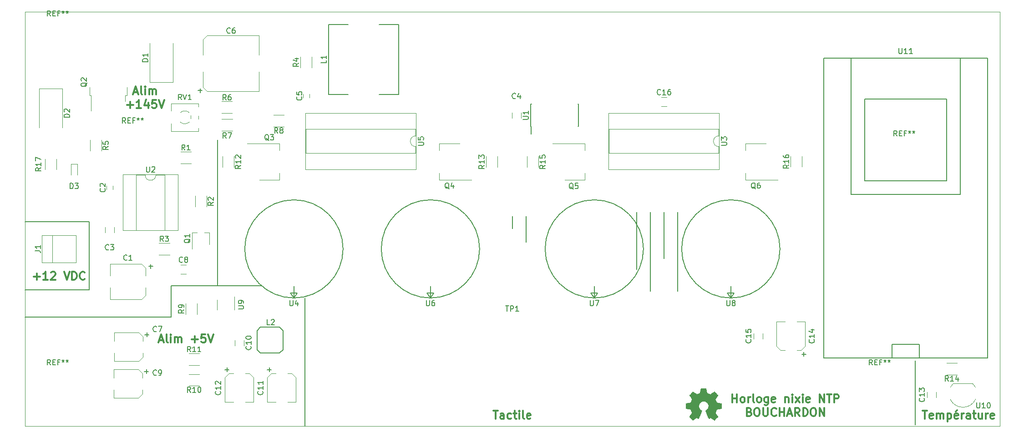
<source format=gbr>
%TF.GenerationSoftware,KiCad,Pcbnew,5.0.2-bee76a0~70~ubuntu18.10.1*%
%TF.CreationDate,2019-11-25T23:14:33+01:00*%
%TF.ProjectId,NixieNTPClock,4e697869-654e-4545-9043-6c6f636b2e6b,rev?*%
%TF.SameCoordinates,Original*%
%TF.FileFunction,Legend,Top*%
%TF.FilePolarity,Positive*%
%FSLAX46Y46*%
G04 Gerber Fmt 4.6, Leading zero omitted, Abs format (unit mm)*
G04 Created by KiCad (PCBNEW 5.0.2-bee76a0~70~ubuntu18.10.1) date lun. 25 nov. 2019 23:14:33 CET*
%MOMM*%
%LPD*%
G01*
G04 APERTURE LIST*
%ADD10C,0.200000*%
%ADD11C,0.300000*%
%ADD12C,0.050000*%
%ADD13C,0.150000*%
%ADD14C,0.120000*%
%ADD15C,0.010000*%
G04 APERTURE END LIST*
D10*
X227330000Y-112268000D02*
X227330000Y-124206000D01*
X97536000Y-98298000D02*
X97536000Y-71120000D01*
X152400000Y-85344000D02*
X152400000Y-87630000D01*
X154940000Y-85344000D02*
X154940000Y-90170000D01*
X113792000Y-124460000D02*
X113792000Y-100584000D01*
X88900000Y-98298000D02*
X105664000Y-98298000D01*
X88900000Y-99060000D02*
X88900000Y-98298000D01*
X88900000Y-104140000D02*
X88900000Y-99060000D01*
X61722000Y-104140000D02*
X88900000Y-104140000D01*
X73660000Y-99060000D02*
X61722000Y-99060000D01*
X73660000Y-86360000D02*
X73660000Y-99060000D01*
X61722000Y-86360000D02*
X73660000Y-86360000D01*
D11*
X81966857Y-62221000D02*
X82681142Y-62221000D01*
X81824000Y-62649571D02*
X82324000Y-61149571D01*
X82824000Y-62649571D01*
X83538285Y-62649571D02*
X83395428Y-62578142D01*
X83324000Y-62435285D01*
X83324000Y-61149571D01*
X84109714Y-62649571D02*
X84109714Y-61649571D01*
X84109714Y-61149571D02*
X84038285Y-61221000D01*
X84109714Y-61292428D01*
X84181142Y-61221000D01*
X84109714Y-61149571D01*
X84109714Y-61292428D01*
X84824000Y-62649571D02*
X84824000Y-61649571D01*
X84824000Y-61792428D02*
X84895428Y-61721000D01*
X85038285Y-61649571D01*
X85252571Y-61649571D01*
X85395428Y-61721000D01*
X85466857Y-61863857D01*
X85466857Y-62649571D01*
X85466857Y-61863857D02*
X85538285Y-61721000D01*
X85681142Y-61649571D01*
X85895428Y-61649571D01*
X86038285Y-61721000D01*
X86109714Y-61863857D01*
X86109714Y-62649571D01*
X80716857Y-64628142D02*
X81859714Y-64628142D01*
X81288285Y-65199571D02*
X81288285Y-64056714D01*
X83359714Y-65199571D02*
X82502571Y-65199571D01*
X82931142Y-65199571D02*
X82931142Y-63699571D01*
X82788285Y-63913857D01*
X82645428Y-64056714D01*
X82502571Y-64128142D01*
X84645428Y-64199571D02*
X84645428Y-65199571D01*
X84288285Y-63628142D02*
X83931142Y-64699571D01*
X84859714Y-64699571D01*
X86145428Y-63699571D02*
X85431142Y-63699571D01*
X85359714Y-64413857D01*
X85431142Y-64342428D01*
X85574000Y-64271000D01*
X85931142Y-64271000D01*
X86074000Y-64342428D01*
X86145428Y-64413857D01*
X86216857Y-64556714D01*
X86216857Y-64913857D01*
X86145428Y-65056714D01*
X86074000Y-65128142D01*
X85931142Y-65199571D01*
X85574000Y-65199571D01*
X85431142Y-65128142D01*
X85359714Y-65056714D01*
X86645428Y-63699571D02*
X87145428Y-65199571D01*
X87645428Y-63699571D01*
X228708000Y-121606571D02*
X229565142Y-121606571D01*
X229136571Y-123106571D02*
X229136571Y-121606571D01*
X230636571Y-123035142D02*
X230493714Y-123106571D01*
X230208000Y-123106571D01*
X230065142Y-123035142D01*
X229993714Y-122892285D01*
X229993714Y-122320857D01*
X230065142Y-122178000D01*
X230208000Y-122106571D01*
X230493714Y-122106571D01*
X230636571Y-122178000D01*
X230708000Y-122320857D01*
X230708000Y-122463714D01*
X229993714Y-122606571D01*
X231350857Y-123106571D02*
X231350857Y-122106571D01*
X231350857Y-122249428D02*
X231422285Y-122178000D01*
X231565142Y-122106571D01*
X231779428Y-122106571D01*
X231922285Y-122178000D01*
X231993714Y-122320857D01*
X231993714Y-123106571D01*
X231993714Y-122320857D02*
X232065142Y-122178000D01*
X232208000Y-122106571D01*
X232422285Y-122106571D01*
X232565142Y-122178000D01*
X232636571Y-122320857D01*
X232636571Y-123106571D01*
X233350857Y-122106571D02*
X233350857Y-123606571D01*
X233350857Y-122178000D02*
X233493714Y-122106571D01*
X233779428Y-122106571D01*
X233922285Y-122178000D01*
X233993714Y-122249428D01*
X234065142Y-122392285D01*
X234065142Y-122820857D01*
X233993714Y-122963714D01*
X233922285Y-123035142D01*
X233779428Y-123106571D01*
X233493714Y-123106571D01*
X233350857Y-123035142D01*
X235279428Y-123035142D02*
X235136571Y-123106571D01*
X234850857Y-123106571D01*
X234708000Y-123035142D01*
X234636571Y-122892285D01*
X234636571Y-122320857D01*
X234708000Y-122178000D01*
X234850857Y-122106571D01*
X235136571Y-122106571D01*
X235279428Y-122178000D01*
X235350857Y-122320857D01*
X235350857Y-122463714D01*
X234636571Y-122606571D01*
X235136571Y-121535142D02*
X234922285Y-121749428D01*
X235993714Y-123106571D02*
X235993714Y-122106571D01*
X235993714Y-122392285D02*
X236065142Y-122249428D01*
X236136571Y-122178000D01*
X236279428Y-122106571D01*
X236422285Y-122106571D01*
X237565142Y-123106571D02*
X237565142Y-122320857D01*
X237493714Y-122178000D01*
X237350857Y-122106571D01*
X237065142Y-122106571D01*
X236922285Y-122178000D01*
X237565142Y-123035142D02*
X237422285Y-123106571D01*
X237065142Y-123106571D01*
X236922285Y-123035142D01*
X236850857Y-122892285D01*
X236850857Y-122749428D01*
X236922285Y-122606571D01*
X237065142Y-122535142D01*
X237422285Y-122535142D01*
X237565142Y-122463714D01*
X238065142Y-122106571D02*
X238636571Y-122106571D01*
X238279428Y-121606571D02*
X238279428Y-122892285D01*
X238350857Y-123035142D01*
X238493714Y-123106571D01*
X238636571Y-123106571D01*
X239779428Y-122106571D02*
X239779428Y-123106571D01*
X239136571Y-122106571D02*
X239136571Y-122892285D01*
X239208000Y-123035142D01*
X239350857Y-123106571D01*
X239565142Y-123106571D01*
X239708000Y-123035142D01*
X239779428Y-122963714D01*
X240493714Y-123106571D02*
X240493714Y-122106571D01*
X240493714Y-122392285D02*
X240565142Y-122249428D01*
X240636571Y-122178000D01*
X240779428Y-122106571D01*
X240922285Y-122106571D01*
X241993714Y-123035142D02*
X241850857Y-123106571D01*
X241565142Y-123106571D01*
X241422285Y-123035142D01*
X241350857Y-122892285D01*
X241350857Y-122320857D01*
X241422285Y-122178000D01*
X241565142Y-122106571D01*
X241850857Y-122106571D01*
X241993714Y-122178000D01*
X242065142Y-122320857D01*
X242065142Y-122463714D01*
X241350857Y-122606571D01*
X86729714Y-108454000D02*
X87444000Y-108454000D01*
X86586857Y-108882571D02*
X87086857Y-107382571D01*
X87586857Y-108882571D01*
X88301142Y-108882571D02*
X88158285Y-108811142D01*
X88086857Y-108668285D01*
X88086857Y-107382571D01*
X88872571Y-108882571D02*
X88872571Y-107882571D01*
X88872571Y-107382571D02*
X88801142Y-107454000D01*
X88872571Y-107525428D01*
X88944000Y-107454000D01*
X88872571Y-107382571D01*
X88872571Y-107525428D01*
X89586857Y-108882571D02*
X89586857Y-107882571D01*
X89586857Y-108025428D02*
X89658285Y-107954000D01*
X89801142Y-107882571D01*
X90015428Y-107882571D01*
X90158285Y-107954000D01*
X90229714Y-108096857D01*
X90229714Y-108882571D01*
X90229714Y-108096857D02*
X90301142Y-107954000D01*
X90444000Y-107882571D01*
X90658285Y-107882571D01*
X90801142Y-107954000D01*
X90872571Y-108096857D01*
X90872571Y-108882571D01*
X92729714Y-108311142D02*
X93872571Y-108311142D01*
X93301142Y-108882571D02*
X93301142Y-107739714D01*
X95301142Y-107382571D02*
X94586857Y-107382571D01*
X94515428Y-108096857D01*
X94586857Y-108025428D01*
X94729714Y-107954000D01*
X95086857Y-107954000D01*
X95229714Y-108025428D01*
X95301142Y-108096857D01*
X95372571Y-108239714D01*
X95372571Y-108596857D01*
X95301142Y-108739714D01*
X95229714Y-108811142D01*
X95086857Y-108882571D01*
X94729714Y-108882571D01*
X94586857Y-108811142D01*
X94515428Y-108739714D01*
X95801142Y-107382571D02*
X96301142Y-108882571D01*
X96801142Y-107382571D01*
X63357714Y-96627142D02*
X64500571Y-96627142D01*
X63929142Y-97198571D02*
X63929142Y-96055714D01*
X66000571Y-97198571D02*
X65143428Y-97198571D01*
X65572000Y-97198571D02*
X65572000Y-95698571D01*
X65429142Y-95912857D01*
X65286285Y-96055714D01*
X65143428Y-96127142D01*
X66572000Y-95841428D02*
X66643428Y-95770000D01*
X66786285Y-95698571D01*
X67143428Y-95698571D01*
X67286285Y-95770000D01*
X67357714Y-95841428D01*
X67429142Y-95984285D01*
X67429142Y-96127142D01*
X67357714Y-96341428D01*
X66500571Y-97198571D01*
X67429142Y-97198571D01*
X69000571Y-95698571D02*
X69500571Y-97198571D01*
X70000571Y-95698571D01*
X70500571Y-97198571D02*
X70500571Y-95698571D01*
X70857714Y-95698571D01*
X71072000Y-95770000D01*
X71214857Y-95912857D01*
X71286285Y-96055714D01*
X71357714Y-96341428D01*
X71357714Y-96555714D01*
X71286285Y-96841428D01*
X71214857Y-96984285D01*
X71072000Y-97127142D01*
X70857714Y-97198571D01*
X70500571Y-97198571D01*
X72857714Y-97055714D02*
X72786285Y-97127142D01*
X72572000Y-97198571D01*
X72429142Y-97198571D01*
X72214857Y-97127142D01*
X72072000Y-96984285D01*
X72000571Y-96841428D01*
X71929142Y-96555714D01*
X71929142Y-96341428D01*
X72000571Y-96055714D01*
X72072000Y-95912857D01*
X72214857Y-95770000D01*
X72429142Y-95698571D01*
X72572000Y-95698571D01*
X72786285Y-95770000D01*
X72857714Y-95841428D01*
X148828571Y-121606571D02*
X149685714Y-121606571D01*
X149257142Y-123106571D02*
X149257142Y-121606571D01*
X150828571Y-123106571D02*
X150828571Y-122320857D01*
X150757142Y-122178000D01*
X150614285Y-122106571D01*
X150328571Y-122106571D01*
X150185714Y-122178000D01*
X150828571Y-123035142D02*
X150685714Y-123106571D01*
X150328571Y-123106571D01*
X150185714Y-123035142D01*
X150114285Y-122892285D01*
X150114285Y-122749428D01*
X150185714Y-122606571D01*
X150328571Y-122535142D01*
X150685714Y-122535142D01*
X150828571Y-122463714D01*
X152185714Y-123035142D02*
X152042857Y-123106571D01*
X151757142Y-123106571D01*
X151614285Y-123035142D01*
X151542857Y-122963714D01*
X151471428Y-122820857D01*
X151471428Y-122392285D01*
X151542857Y-122249428D01*
X151614285Y-122178000D01*
X151757142Y-122106571D01*
X152042857Y-122106571D01*
X152185714Y-122178000D01*
X152614285Y-122106571D02*
X153185714Y-122106571D01*
X152828571Y-121606571D02*
X152828571Y-122892285D01*
X152900000Y-123035142D01*
X153042857Y-123106571D01*
X153185714Y-123106571D01*
X153685714Y-123106571D02*
X153685714Y-122106571D01*
X153685714Y-121606571D02*
X153614285Y-121678000D01*
X153685714Y-121749428D01*
X153757142Y-121678000D01*
X153685714Y-121606571D01*
X153685714Y-121749428D01*
X154614285Y-123106571D02*
X154471428Y-123035142D01*
X154400000Y-122892285D01*
X154400000Y-121606571D01*
X155757142Y-123035142D02*
X155614285Y-123106571D01*
X155328571Y-123106571D01*
X155185714Y-123035142D01*
X155114285Y-122892285D01*
X155114285Y-122320857D01*
X155185714Y-122178000D01*
X155328571Y-122106571D01*
X155614285Y-122106571D01*
X155757142Y-122178000D01*
X155828571Y-122320857D01*
X155828571Y-122463714D01*
X155114285Y-122606571D01*
X193342857Y-120053571D02*
X193342857Y-118553571D01*
X193342857Y-119267857D02*
X194200000Y-119267857D01*
X194200000Y-120053571D02*
X194200000Y-118553571D01*
X195128571Y-120053571D02*
X194985714Y-119982142D01*
X194914285Y-119910714D01*
X194842857Y-119767857D01*
X194842857Y-119339285D01*
X194914285Y-119196428D01*
X194985714Y-119125000D01*
X195128571Y-119053571D01*
X195342857Y-119053571D01*
X195485714Y-119125000D01*
X195557142Y-119196428D01*
X195628571Y-119339285D01*
X195628571Y-119767857D01*
X195557142Y-119910714D01*
X195485714Y-119982142D01*
X195342857Y-120053571D01*
X195128571Y-120053571D01*
X196271428Y-120053571D02*
X196271428Y-119053571D01*
X196271428Y-119339285D02*
X196342857Y-119196428D01*
X196414285Y-119125000D01*
X196557142Y-119053571D01*
X196700000Y-119053571D01*
X197414285Y-120053571D02*
X197271428Y-119982142D01*
X197200000Y-119839285D01*
X197200000Y-118553571D01*
X198200000Y-120053571D02*
X198057142Y-119982142D01*
X197985714Y-119910714D01*
X197914285Y-119767857D01*
X197914285Y-119339285D01*
X197985714Y-119196428D01*
X198057142Y-119125000D01*
X198200000Y-119053571D01*
X198414285Y-119053571D01*
X198557142Y-119125000D01*
X198628571Y-119196428D01*
X198700000Y-119339285D01*
X198700000Y-119767857D01*
X198628571Y-119910714D01*
X198557142Y-119982142D01*
X198414285Y-120053571D01*
X198200000Y-120053571D01*
X199985714Y-119053571D02*
X199985714Y-120267857D01*
X199914285Y-120410714D01*
X199842857Y-120482142D01*
X199700000Y-120553571D01*
X199485714Y-120553571D01*
X199342857Y-120482142D01*
X199985714Y-119982142D02*
X199842857Y-120053571D01*
X199557142Y-120053571D01*
X199414285Y-119982142D01*
X199342857Y-119910714D01*
X199271428Y-119767857D01*
X199271428Y-119339285D01*
X199342857Y-119196428D01*
X199414285Y-119125000D01*
X199557142Y-119053571D01*
X199842857Y-119053571D01*
X199985714Y-119125000D01*
X201271428Y-119982142D02*
X201128571Y-120053571D01*
X200842857Y-120053571D01*
X200700000Y-119982142D01*
X200628571Y-119839285D01*
X200628571Y-119267857D01*
X200700000Y-119125000D01*
X200842857Y-119053571D01*
X201128571Y-119053571D01*
X201271428Y-119125000D01*
X201342857Y-119267857D01*
X201342857Y-119410714D01*
X200628571Y-119553571D01*
X203128571Y-119053571D02*
X203128571Y-120053571D01*
X203128571Y-119196428D02*
X203200000Y-119125000D01*
X203342857Y-119053571D01*
X203557142Y-119053571D01*
X203700000Y-119125000D01*
X203771428Y-119267857D01*
X203771428Y-120053571D01*
X204485714Y-120053571D02*
X204485714Y-119053571D01*
X204485714Y-118553571D02*
X204414285Y-118625000D01*
X204485714Y-118696428D01*
X204557142Y-118625000D01*
X204485714Y-118553571D01*
X204485714Y-118696428D01*
X205057142Y-120053571D02*
X205842857Y-119053571D01*
X205057142Y-119053571D02*
X205842857Y-120053571D01*
X206414285Y-120053571D02*
X206414285Y-119053571D01*
X206414285Y-118553571D02*
X206342857Y-118625000D01*
X206414285Y-118696428D01*
X206485714Y-118625000D01*
X206414285Y-118553571D01*
X206414285Y-118696428D01*
X207700000Y-119982142D02*
X207557142Y-120053571D01*
X207271428Y-120053571D01*
X207128571Y-119982142D01*
X207057142Y-119839285D01*
X207057142Y-119267857D01*
X207128571Y-119125000D01*
X207271428Y-119053571D01*
X207557142Y-119053571D01*
X207700000Y-119125000D01*
X207771428Y-119267857D01*
X207771428Y-119410714D01*
X207057142Y-119553571D01*
X209557142Y-120053571D02*
X209557142Y-118553571D01*
X210414285Y-120053571D01*
X210414285Y-118553571D01*
X210914285Y-118553571D02*
X211771428Y-118553571D01*
X211342857Y-120053571D02*
X211342857Y-118553571D01*
X212271428Y-120053571D02*
X212271428Y-118553571D01*
X212842857Y-118553571D01*
X212985714Y-118625000D01*
X213057142Y-118696428D01*
X213128571Y-118839285D01*
X213128571Y-119053571D01*
X213057142Y-119196428D01*
X212985714Y-119267857D01*
X212842857Y-119339285D01*
X212271428Y-119339285D01*
X196485714Y-121817857D02*
X196700000Y-121889285D01*
X196771428Y-121960714D01*
X196842857Y-122103571D01*
X196842857Y-122317857D01*
X196771428Y-122460714D01*
X196700000Y-122532142D01*
X196557142Y-122603571D01*
X195985714Y-122603571D01*
X195985714Y-121103571D01*
X196485714Y-121103571D01*
X196628571Y-121175000D01*
X196700000Y-121246428D01*
X196771428Y-121389285D01*
X196771428Y-121532142D01*
X196700000Y-121675000D01*
X196628571Y-121746428D01*
X196485714Y-121817857D01*
X195985714Y-121817857D01*
X197771428Y-121103571D02*
X198057142Y-121103571D01*
X198200000Y-121175000D01*
X198342857Y-121317857D01*
X198414285Y-121603571D01*
X198414285Y-122103571D01*
X198342857Y-122389285D01*
X198200000Y-122532142D01*
X198057142Y-122603571D01*
X197771428Y-122603571D01*
X197628571Y-122532142D01*
X197485714Y-122389285D01*
X197414285Y-122103571D01*
X197414285Y-121603571D01*
X197485714Y-121317857D01*
X197628571Y-121175000D01*
X197771428Y-121103571D01*
X199057142Y-121103571D02*
X199057142Y-122317857D01*
X199128571Y-122460714D01*
X199200000Y-122532142D01*
X199342857Y-122603571D01*
X199628571Y-122603571D01*
X199771428Y-122532142D01*
X199842857Y-122460714D01*
X199914285Y-122317857D01*
X199914285Y-121103571D01*
X201485714Y-122460714D02*
X201414285Y-122532142D01*
X201200000Y-122603571D01*
X201057142Y-122603571D01*
X200842857Y-122532142D01*
X200700000Y-122389285D01*
X200628571Y-122246428D01*
X200557142Y-121960714D01*
X200557142Y-121746428D01*
X200628571Y-121460714D01*
X200700000Y-121317857D01*
X200842857Y-121175000D01*
X201057142Y-121103571D01*
X201200000Y-121103571D01*
X201414285Y-121175000D01*
X201485714Y-121246428D01*
X202128571Y-122603571D02*
X202128571Y-121103571D01*
X202128571Y-121817857D02*
X202985714Y-121817857D01*
X202985714Y-122603571D02*
X202985714Y-121103571D01*
X203628571Y-122175000D02*
X204342857Y-122175000D01*
X203485714Y-122603571D02*
X203985714Y-121103571D01*
X204485714Y-122603571D01*
X205842857Y-122603571D02*
X205342857Y-121889285D01*
X204985714Y-122603571D02*
X204985714Y-121103571D01*
X205557142Y-121103571D01*
X205700000Y-121175000D01*
X205771428Y-121246428D01*
X205842857Y-121389285D01*
X205842857Y-121603571D01*
X205771428Y-121746428D01*
X205700000Y-121817857D01*
X205557142Y-121889285D01*
X204985714Y-121889285D01*
X206485714Y-122603571D02*
X206485714Y-121103571D01*
X206842857Y-121103571D01*
X207057142Y-121175000D01*
X207200000Y-121317857D01*
X207271428Y-121460714D01*
X207342857Y-121746428D01*
X207342857Y-121960714D01*
X207271428Y-122246428D01*
X207200000Y-122389285D01*
X207057142Y-122532142D01*
X206842857Y-122603571D01*
X206485714Y-122603571D01*
X208271428Y-121103571D02*
X208557142Y-121103571D01*
X208700000Y-121175000D01*
X208842857Y-121317857D01*
X208914285Y-121603571D01*
X208914285Y-122103571D01*
X208842857Y-122389285D01*
X208700000Y-122532142D01*
X208557142Y-122603571D01*
X208271428Y-122603571D01*
X208128571Y-122532142D01*
X207985714Y-122389285D01*
X207914285Y-122103571D01*
X207914285Y-121603571D01*
X207985714Y-121317857D01*
X208128571Y-121175000D01*
X208271428Y-121103571D01*
X209557142Y-122603571D02*
X209557142Y-121103571D01*
X210414285Y-122603571D01*
X210414285Y-121103571D01*
D10*
X183134000Y-84582000D02*
X183134000Y-99314000D01*
X180594000Y-84582000D02*
X180594000Y-93218000D01*
X175514000Y-84582000D02*
X175514000Y-95250000D01*
X178054000Y-84582000D02*
X178054000Y-99314000D01*
D12*
X61722000Y-124460000D02*
X61722000Y-47244000D01*
X243078000Y-124460000D02*
X61722000Y-124460000D01*
X243078000Y-47244000D02*
X243078000Y-124460000D01*
X61722000Y-47244000D02*
X243078000Y-47244000D01*
D13*
X210312000Y-55880000D02*
X210312000Y-111760000D01*
X210312000Y-111760000D02*
X240792000Y-111760000D01*
X240792000Y-111760000D02*
X240792000Y-55880000D01*
X240792000Y-55880000D02*
X210312000Y-55880000D01*
X215392000Y-55880000D02*
X215392000Y-81280000D01*
X215392000Y-81280000D02*
X235712000Y-81280000D01*
X235712000Y-81280000D02*
X235712000Y-55880000D01*
X223012000Y-111760000D02*
X223012000Y-109220000D01*
X223012000Y-109220000D02*
X228092000Y-109220000D01*
X228092000Y-109220000D02*
X228092000Y-111760000D01*
X217932000Y-63500000D02*
X233172000Y-63500000D01*
X233172000Y-63500000D02*
X233172000Y-78740000D01*
X233172000Y-78740000D02*
X217932000Y-78740000D01*
X217932000Y-78740000D02*
X217932000Y-63500000D01*
D14*
X68698000Y-61534000D02*
X64398000Y-61534000D01*
X64398000Y-61534000D02*
X64398000Y-68834000D01*
X68698000Y-61534000D02*
X68698000Y-68834000D01*
X65478000Y-76660000D02*
X65478000Y-74660000D01*
X67618000Y-74660000D02*
X67618000Y-76660000D01*
X71436000Y-75574000D02*
X71436000Y-77674000D01*
X70296000Y-75574000D02*
X70296000Y-77674000D01*
X71436000Y-75574000D02*
X70296000Y-75574000D01*
X78356000Y-107058000D02*
X78356000Y-108608000D01*
X78356000Y-112398000D02*
X78356000Y-110848000D01*
X83696000Y-107818000D02*
X83696000Y-108608000D01*
X83696000Y-111638000D02*
X83696000Y-110848000D01*
X78356000Y-112398000D02*
X82936000Y-112398000D01*
X82936000Y-112398000D02*
X83696000Y-111638000D01*
X83696000Y-107818000D02*
X82936000Y-107058000D01*
X82936000Y-107058000D02*
X78356000Y-107058000D01*
X82850000Y-113916000D02*
X78270000Y-113916000D01*
X83610000Y-114676000D02*
X82850000Y-113916000D01*
X82850000Y-119256000D02*
X83610000Y-118496000D01*
X78270000Y-119256000D02*
X82850000Y-119256000D01*
X83610000Y-118496000D02*
X83610000Y-117706000D01*
X83610000Y-114676000D02*
X83610000Y-115466000D01*
X78270000Y-119256000D02*
X78270000Y-117706000D01*
X78270000Y-113916000D02*
X78270000Y-115466000D01*
X95626000Y-51686000D02*
X105286000Y-51686000D01*
X94866000Y-52446000D02*
X95626000Y-51686000D01*
X95626000Y-62106000D02*
X94866000Y-61346000D01*
X105286000Y-62106000D02*
X95626000Y-62106000D01*
X105286000Y-51686000D02*
X105286000Y-55336000D01*
X105286000Y-62106000D02*
X105286000Y-58456000D01*
X94866000Y-61346000D02*
X94866000Y-58456000D01*
X94866000Y-52446000D02*
X94866000Y-55336000D01*
X76620000Y-87364000D02*
X76620000Y-88364000D01*
X78320000Y-88364000D02*
X78320000Y-87364000D01*
X76870000Y-80360000D02*
X76870000Y-79660000D01*
X78070000Y-79660000D02*
X78070000Y-80360000D01*
X90706000Y-96100000D02*
X91706000Y-96100000D01*
X91706000Y-94400000D02*
X90706000Y-94400000D01*
X90662000Y-73352000D02*
X92662000Y-73352000D01*
X92662000Y-75492000D02*
X90662000Y-75492000D01*
X88662000Y-92510000D02*
X86662000Y-92510000D01*
X86662000Y-90370000D02*
X88662000Y-90370000D01*
X90230000Y-77604000D02*
X79950000Y-77604000D01*
X90230000Y-88004000D02*
X90230000Y-77604000D01*
X79950000Y-88004000D02*
X90230000Y-88004000D01*
X79950000Y-77604000D02*
X79950000Y-88004000D01*
X87740000Y-77664000D02*
X86090000Y-77664000D01*
X87740000Y-87944000D02*
X87740000Y-77664000D01*
X82440000Y-87944000D02*
X87740000Y-87944000D01*
X82440000Y-77664000D02*
X82440000Y-87944000D01*
X84090000Y-77664000D02*
X82440000Y-77664000D01*
X86090000Y-77664000D02*
G75*
G02X84090000Y-77664000I-1000000J0D01*
G01*
X96032000Y-90561000D02*
X96032000Y-88411000D01*
X92812000Y-91486000D02*
X92812000Y-88411000D01*
X92822000Y-88411000D02*
X93722000Y-88411000D01*
X95122000Y-88411000D02*
X96032000Y-88411000D01*
X83406000Y-100836000D02*
X77566000Y-100836000D01*
X84166000Y-100076000D02*
X83406000Y-100836000D01*
X83406000Y-94236000D02*
X84166000Y-94996000D01*
X77566000Y-94236000D02*
X83406000Y-94236000D01*
X84166000Y-100076000D02*
X84166000Y-98656000D01*
X77566000Y-100836000D02*
X77566000Y-98656000D01*
X77566000Y-94236000D02*
X77566000Y-96416000D01*
X84166000Y-94996000D02*
X84166000Y-96416000D01*
X95558000Y-81582000D02*
X95558000Y-83582000D01*
X93418000Y-83582000D02*
X93418000Y-81582000D01*
X134486000Y-76624000D02*
X134486000Y-66124000D01*
X113926000Y-76624000D02*
X134486000Y-76624000D01*
X113926000Y-66124000D02*
X113926000Y-76624000D01*
X134486000Y-66124000D02*
X113926000Y-66124000D01*
X134426000Y-73624000D02*
X134426000Y-72374000D01*
X113986000Y-73624000D02*
X134426000Y-73624000D01*
X113986000Y-69124000D02*
X113986000Y-73624000D01*
X134426000Y-69124000D02*
X113986000Y-69124000D01*
X134426000Y-70374000D02*
X134426000Y-69124000D01*
X134426000Y-72374000D02*
G75*
G02X134426000Y-70374000I0J1000000D01*
G01*
D13*
X193675000Y-99695000D02*
X193040000Y-100584000D01*
X192405000Y-99695000D02*
X193675000Y-99695000D01*
X193040000Y-100584000D02*
X192405000Y-99695000D01*
X193040000Y-98425000D02*
X193040000Y-100584000D01*
X202184000Y-91440000D02*
G75*
G03X202184000Y-91440000I-9144000J0D01*
G01*
D14*
X154012000Y-67048000D02*
X154012000Y-66048000D01*
X152312000Y-66048000D02*
X152312000Y-67048000D01*
X114646000Y-62576000D02*
X114646000Y-63276000D01*
X113446000Y-63276000D02*
X113446000Y-62576000D01*
X100750000Y-108446000D02*
X100750000Y-109446000D01*
X102450000Y-109446000D02*
X102450000Y-108446000D01*
X106804000Y-120018000D02*
X108354000Y-120018000D01*
X112144000Y-120018000D02*
X110594000Y-120018000D01*
X107564000Y-114678000D02*
X108354000Y-114678000D01*
X111384000Y-114678000D02*
X110594000Y-114678000D01*
X112144000Y-120018000D02*
X112144000Y-115438000D01*
X112144000Y-115438000D02*
X111384000Y-114678000D01*
X107564000Y-114678000D02*
X106804000Y-115438000D01*
X106804000Y-115438000D02*
X106804000Y-120018000D01*
X98930000Y-115438000D02*
X98930000Y-120018000D01*
X99690000Y-114678000D02*
X98930000Y-115438000D01*
X104270000Y-115438000D02*
X103510000Y-114678000D01*
X104270000Y-120018000D02*
X104270000Y-115438000D01*
X103510000Y-114678000D02*
X102720000Y-114678000D01*
X99690000Y-114678000D02*
X100480000Y-114678000D01*
X104270000Y-120018000D02*
X102720000Y-120018000D01*
X98930000Y-120018000D02*
X100480000Y-120018000D01*
X229528000Y-118138000D02*
X229528000Y-119138000D01*
X231228000Y-119138000D02*
X231228000Y-118138000D01*
X206886000Y-109606000D02*
X206886000Y-105026000D01*
X206126000Y-110366000D02*
X206886000Y-109606000D01*
X201546000Y-109606000D02*
X202306000Y-110366000D01*
X201546000Y-105026000D02*
X201546000Y-109606000D01*
X202306000Y-110366000D02*
X203096000Y-110366000D01*
X206126000Y-110366000D02*
X205336000Y-110366000D01*
X201546000Y-105026000D02*
X203096000Y-105026000D01*
X206886000Y-105026000D02*
X205336000Y-105026000D01*
X198970000Y-108176000D02*
X198970000Y-107176000D01*
X197270000Y-107176000D02*
X197270000Y-108176000D01*
X181114000Y-63158000D02*
X180114000Y-63158000D01*
X180114000Y-64858000D02*
X181114000Y-64858000D01*
X84972000Y-60386000D02*
X84972000Y-53086000D01*
X89272000Y-60386000D02*
X89272000Y-53086000D01*
X84972000Y-60386000D02*
X89272000Y-60386000D01*
X64902000Y-88900000D02*
X71242000Y-88900000D01*
X64902000Y-93980000D02*
X71242000Y-93980000D01*
X64902000Y-93980000D02*
X64902000Y-88900000D01*
X71242000Y-88900000D02*
X71242000Y-93980000D01*
X66802000Y-88900000D02*
X66802000Y-93980000D01*
D13*
X118214000Y-49634000D02*
X121814000Y-49634000D01*
X118214000Y-62634000D02*
X118214000Y-49634000D01*
X121814000Y-62634000D02*
X118214000Y-62634000D01*
X131214000Y-49634000D02*
X127614000Y-49634000D01*
X131214000Y-62634000D02*
X131214000Y-49634000D01*
X127614000Y-62634000D02*
X131214000Y-62634000D01*
X105537000Y-106045000D02*
X107315000Y-106045000D01*
X104902000Y-106680000D02*
X105537000Y-106045000D01*
X104902000Y-110236000D02*
X104902000Y-106680000D01*
X105537000Y-110871000D02*
X104902000Y-110236000D01*
X109093000Y-110871000D02*
X105537000Y-110871000D01*
X109728000Y-110236000D02*
X109093000Y-110871000D01*
X109728000Y-106680000D02*
X109728000Y-110236000D01*
X109093000Y-106045000D02*
X109728000Y-106680000D01*
X107315000Y-106045000D02*
X109093000Y-106045000D01*
D14*
X80395000Y-62839000D02*
X80395000Y-63939000D01*
X80665000Y-62839000D02*
X80395000Y-62839000D01*
X80665000Y-61339000D02*
X80665000Y-62839000D01*
X74035000Y-62839000D02*
X74035000Y-65669000D01*
X73765000Y-62839000D02*
X74035000Y-62839000D01*
X73765000Y-61339000D02*
X73765000Y-62839000D01*
X103088000Y-71774000D02*
X109098000Y-71774000D01*
X105338000Y-78594000D02*
X109098000Y-78594000D01*
X109098000Y-71774000D02*
X109098000Y-73034000D01*
X109098000Y-78594000D02*
X109098000Y-77334000D01*
X138806000Y-71774000D02*
X138806000Y-73034000D01*
X138806000Y-78594000D02*
X138806000Y-77334000D01*
X142566000Y-71774000D02*
X138806000Y-71774000D01*
X144816000Y-78594000D02*
X138806000Y-78594000D01*
X165892000Y-78594000D02*
X165892000Y-77334000D01*
X165892000Y-71774000D02*
X165892000Y-73034000D01*
X162132000Y-78594000D02*
X165892000Y-78594000D01*
X159882000Y-71774000D02*
X165892000Y-71774000D01*
X201814000Y-78594000D02*
X195804000Y-78594000D01*
X199564000Y-71774000D02*
X195804000Y-71774000D01*
X195804000Y-78594000D02*
X195804000Y-77334000D01*
X195804000Y-71774000D02*
X195804000Y-73034000D01*
X115116000Y-55674000D02*
X115116000Y-57674000D01*
X112976000Y-57674000D02*
X112976000Y-55674000D01*
X76000000Y-71168000D02*
X76000000Y-73168000D01*
X73860000Y-73168000D02*
X73860000Y-71168000D01*
X100282000Y-66094000D02*
X98282000Y-66094000D01*
X98282000Y-63954000D02*
X100282000Y-63954000D01*
X100346000Y-69396000D02*
X98346000Y-69396000D01*
X98346000Y-67256000D02*
X100346000Y-67256000D01*
X109934000Y-68634000D02*
X107934000Y-68634000D01*
X107934000Y-66494000D02*
X109934000Y-66494000D01*
X91640000Y-103616000D02*
X91640000Y-101616000D01*
X93780000Y-101616000D02*
X93780000Y-103616000D01*
X92186999Y-114796999D02*
X94186999Y-114796999D01*
X94186999Y-116936999D02*
X92186999Y-116936999D01*
X94186000Y-113084000D02*
X92186000Y-113084000D01*
X92186000Y-110944000D02*
X94186000Y-110944000D01*
X98498000Y-76216000D02*
X98498000Y-74216000D01*
X100638000Y-74216000D02*
X100638000Y-76216000D01*
X149660000Y-74216000D02*
X149660000Y-76216000D01*
X147520000Y-76216000D02*
X147520000Y-74216000D01*
X235156000Y-114862000D02*
X233156000Y-114862000D01*
X233156000Y-112722000D02*
X235156000Y-112722000D01*
X157280000Y-74216000D02*
X157280000Y-76216000D01*
X155140000Y-76216000D02*
X155140000Y-74216000D01*
X204162000Y-76152000D02*
X204162000Y-74152000D01*
X206302000Y-74152000D02*
X206302000Y-76152000D01*
X91493194Y-68138778D02*
G75*
G02X90642000Y-67812000I-21194J1216778D01*
G01*
X90652042Y-66032636D02*
G75*
G02X92302000Y-66042000I819958J-889364D01*
G01*
X92630610Y-66587149D02*
G75*
G02X92632000Y-67252000I-1158610J-334851D01*
G01*
X92297218Y-67806938D02*
G75*
G02X91472000Y-68132000I-825218J884938D01*
G01*
X94032000Y-68902000D02*
X94032000Y-69482000D01*
X94032000Y-66602000D02*
X94032000Y-67242000D01*
X94032000Y-64362000D02*
X94032000Y-64942000D01*
X88912000Y-68102000D02*
X88912000Y-69482000D01*
X88912000Y-64362000D02*
X88912000Y-65742000D01*
X88912000Y-69482000D02*
X94032000Y-69482000D01*
X88912000Y-64362000D02*
X94032000Y-64362000D01*
D13*
X155849000Y-68623000D02*
X155849000Y-69998000D01*
X164724000Y-68623000D02*
X164724000Y-64473000D01*
X155824000Y-68623000D02*
X155824000Y-64473000D01*
X164724000Y-68623000D02*
X164609000Y-68623000D01*
X164724000Y-64473000D02*
X164609000Y-64473000D01*
X155824000Y-64473000D02*
X155939000Y-64473000D01*
X155824000Y-68623000D02*
X155849000Y-68623000D01*
X120904000Y-91440000D02*
G75*
G03X120904000Y-91440000I-9144000J0D01*
G01*
X111760000Y-98425000D02*
X111760000Y-100584000D01*
X111760000Y-100584000D02*
X111125000Y-99695000D01*
X111125000Y-99695000D02*
X112395000Y-99695000D01*
X112395000Y-99695000D02*
X111760000Y-100584000D01*
X137795000Y-99695000D02*
X137160000Y-100584000D01*
X136525000Y-99695000D02*
X137795000Y-99695000D01*
X137160000Y-100584000D02*
X136525000Y-99695000D01*
X137160000Y-98425000D02*
X137160000Y-100584000D01*
X146304000Y-91440000D02*
G75*
G03X146304000Y-91440000I-9144000J0D01*
G01*
X176784000Y-91440000D02*
G75*
G03X176784000Y-91440000I-9144000J0D01*
G01*
X167640000Y-98425000D02*
X167640000Y-100584000D01*
X167640000Y-100584000D02*
X167005000Y-99695000D01*
X167005000Y-99695000D02*
X168275000Y-99695000D01*
X168275000Y-99695000D02*
X167640000Y-100584000D01*
D14*
X100670000Y-102754000D02*
X100670000Y-100304000D01*
X97450000Y-100954000D02*
X97450000Y-102754000D01*
X233895816Y-117241205D02*
G75*
G02X234420000Y-116514000I2324184J-1122795D01*
G01*
X233863600Y-119462807D02*
G75*
G03X236220000Y-120964000I2356400J1098807D01*
G01*
X238576400Y-119462807D02*
G75*
G02X236220000Y-120964000I-2356400J1098807D01*
G01*
X238544184Y-117241205D02*
G75*
G03X238020000Y-116514000I-2324184J-1122795D01*
G01*
X238020000Y-116514000D02*
X234420000Y-116514000D01*
X190814000Y-72374000D02*
G75*
G02X190814000Y-70374000I0J1000000D01*
G01*
X190814000Y-70374000D02*
X190814000Y-69124000D01*
X190814000Y-69124000D02*
X170374000Y-69124000D01*
X170374000Y-69124000D02*
X170374000Y-73624000D01*
X170374000Y-73624000D02*
X190814000Y-73624000D01*
X190814000Y-73624000D02*
X190814000Y-72374000D01*
X190874000Y-66124000D02*
X170314000Y-66124000D01*
X170314000Y-66124000D02*
X170314000Y-76624000D01*
X170314000Y-76624000D02*
X190874000Y-76624000D01*
X190874000Y-76624000D02*
X190874000Y-66124000D01*
D15*
G36*
X188515814Y-117864931D02*
X188599635Y-118309555D01*
X188908920Y-118437053D01*
X189218206Y-118564551D01*
X189589246Y-118312246D01*
X189693157Y-118241996D01*
X189787087Y-118179272D01*
X189866652Y-118126938D01*
X189927470Y-118087857D01*
X189965157Y-118064893D01*
X189975421Y-118059942D01*
X189993910Y-118072676D01*
X190033420Y-118107882D01*
X190089522Y-118161062D01*
X190157787Y-118227718D01*
X190233786Y-118303354D01*
X190313092Y-118383472D01*
X190391275Y-118463574D01*
X190463907Y-118539164D01*
X190526559Y-118605745D01*
X190574803Y-118658818D01*
X190604210Y-118693887D01*
X190611241Y-118705623D01*
X190601123Y-118727260D01*
X190572759Y-118774662D01*
X190529129Y-118843193D01*
X190473218Y-118928215D01*
X190408006Y-119025093D01*
X190370219Y-119080350D01*
X190301343Y-119181248D01*
X190240140Y-119272299D01*
X190189578Y-119348970D01*
X190152628Y-119406728D01*
X190132258Y-119441043D01*
X190129197Y-119448254D01*
X190136136Y-119468748D01*
X190155051Y-119516513D01*
X190183087Y-119584832D01*
X190217391Y-119666989D01*
X190255109Y-119756270D01*
X190293387Y-119845958D01*
X190329370Y-119929338D01*
X190360206Y-119999694D01*
X190383039Y-120050310D01*
X190395017Y-120074471D01*
X190395724Y-120075422D01*
X190414531Y-120080036D01*
X190464618Y-120090328D01*
X190540793Y-120105287D01*
X190637865Y-120123901D01*
X190750643Y-120145159D01*
X190816442Y-120157418D01*
X190936950Y-120180362D01*
X191045797Y-120202195D01*
X191137476Y-120221722D01*
X191206481Y-120237748D01*
X191247304Y-120249079D01*
X191255511Y-120252674D01*
X191263548Y-120277006D01*
X191270033Y-120331959D01*
X191274970Y-120411108D01*
X191278364Y-120508026D01*
X191280218Y-120616287D01*
X191280538Y-120729465D01*
X191279327Y-120841135D01*
X191276590Y-120944868D01*
X191272331Y-121034241D01*
X191266555Y-121102826D01*
X191259267Y-121144197D01*
X191254895Y-121152810D01*
X191228764Y-121163133D01*
X191173393Y-121177892D01*
X191096107Y-121195352D01*
X191004230Y-121213780D01*
X190972158Y-121219741D01*
X190817524Y-121248066D01*
X190695375Y-121270876D01*
X190601673Y-121289080D01*
X190532384Y-121303583D01*
X190483471Y-121315292D01*
X190450897Y-121325115D01*
X190430628Y-121333956D01*
X190418626Y-121342724D01*
X190416947Y-121344457D01*
X190400184Y-121372371D01*
X190374614Y-121426695D01*
X190342788Y-121500777D01*
X190307260Y-121587965D01*
X190270583Y-121681608D01*
X190235311Y-121775052D01*
X190203996Y-121861647D01*
X190179193Y-121934740D01*
X190163454Y-121987678D01*
X190159332Y-122013811D01*
X190159676Y-122014726D01*
X190173641Y-122036086D01*
X190205322Y-122083084D01*
X190251391Y-122150827D01*
X190308518Y-122234423D01*
X190373373Y-122328982D01*
X190391843Y-122355854D01*
X190457699Y-122453275D01*
X190515650Y-122542163D01*
X190562538Y-122617412D01*
X190595207Y-122673920D01*
X190610500Y-122706581D01*
X190611241Y-122710593D01*
X190598392Y-122731684D01*
X190562888Y-122773464D01*
X190509293Y-122831445D01*
X190442171Y-122901135D01*
X190366087Y-122978045D01*
X190285604Y-123057683D01*
X190205287Y-123135561D01*
X190129699Y-123207186D01*
X190063405Y-123268070D01*
X190010969Y-123313721D01*
X189976955Y-123339650D01*
X189967545Y-123343883D01*
X189945643Y-123333912D01*
X189900800Y-123307020D01*
X189840321Y-123267736D01*
X189793789Y-123236117D01*
X189709475Y-123178098D01*
X189609626Y-123109784D01*
X189509473Y-123041579D01*
X189455627Y-123005075D01*
X189273371Y-122881800D01*
X189120381Y-122964520D01*
X189050682Y-123000759D01*
X188991414Y-123028926D01*
X188951311Y-123044991D01*
X188941103Y-123047226D01*
X188928829Y-123030722D01*
X188904613Y-122984082D01*
X188870263Y-122911609D01*
X188827588Y-122817606D01*
X188778394Y-122706374D01*
X188724490Y-122582215D01*
X188667684Y-122449432D01*
X188609782Y-122312327D01*
X188552593Y-122175202D01*
X188497924Y-122042358D01*
X188447584Y-121918098D01*
X188403380Y-121806725D01*
X188367119Y-121712539D01*
X188340609Y-121639844D01*
X188325658Y-121592941D01*
X188323254Y-121576833D01*
X188342311Y-121556286D01*
X188384036Y-121522933D01*
X188439706Y-121483702D01*
X188444378Y-121480599D01*
X188588264Y-121365423D01*
X188704283Y-121231053D01*
X188791430Y-121081784D01*
X188848699Y-120921913D01*
X188875086Y-120755737D01*
X188869585Y-120587552D01*
X188831190Y-120421655D01*
X188758895Y-120262342D01*
X188737626Y-120227487D01*
X188626996Y-120086737D01*
X188496302Y-119973714D01*
X188350064Y-119889003D01*
X188192808Y-119833194D01*
X188029057Y-119806874D01*
X187863333Y-119810630D01*
X187700162Y-119845050D01*
X187544065Y-119910723D01*
X187399567Y-120008235D01*
X187354869Y-120047813D01*
X187241112Y-120171703D01*
X187158218Y-120302124D01*
X187101356Y-120448315D01*
X187069687Y-120593088D01*
X187061869Y-120755860D01*
X187087938Y-120919440D01*
X187145245Y-121078298D01*
X187231144Y-121226906D01*
X187342986Y-121359735D01*
X187478123Y-121471256D01*
X187495883Y-121483011D01*
X187552150Y-121521508D01*
X187594923Y-121554863D01*
X187615372Y-121576160D01*
X187615669Y-121576833D01*
X187611279Y-121599871D01*
X187593876Y-121652157D01*
X187565268Y-121729390D01*
X187527265Y-121827268D01*
X187481674Y-121941491D01*
X187430303Y-122067758D01*
X187374962Y-122201767D01*
X187317458Y-122339218D01*
X187259601Y-122475808D01*
X187203198Y-122607237D01*
X187150058Y-122729205D01*
X187101990Y-122837409D01*
X187060801Y-122927549D01*
X187028301Y-122995323D01*
X187006297Y-123036430D01*
X186997436Y-123047226D01*
X186970360Y-123038819D01*
X186919697Y-123016272D01*
X186854183Y-122983613D01*
X186818159Y-122964520D01*
X186665168Y-122881800D01*
X186482912Y-123005075D01*
X186389875Y-123068228D01*
X186288015Y-123137727D01*
X186192562Y-123203165D01*
X186144750Y-123236117D01*
X186077505Y-123281273D01*
X186020564Y-123317057D01*
X185981354Y-123338938D01*
X185968619Y-123343563D01*
X185950083Y-123331085D01*
X185909059Y-123296252D01*
X185849525Y-123242678D01*
X185775458Y-123173983D01*
X185690835Y-123093781D01*
X185637315Y-123042286D01*
X185543681Y-122950286D01*
X185462759Y-122867999D01*
X185397823Y-122798945D01*
X185352142Y-122746644D01*
X185328989Y-122714616D01*
X185326768Y-122708116D01*
X185337076Y-122683394D01*
X185365561Y-122633405D01*
X185409063Y-122563212D01*
X185464423Y-122477875D01*
X185528480Y-122382456D01*
X185546697Y-122355854D01*
X185613073Y-122259167D01*
X185672622Y-122172117D01*
X185722016Y-122099595D01*
X185757925Y-122046493D01*
X185777019Y-122017703D01*
X185778864Y-122014726D01*
X185776105Y-121991782D01*
X185761462Y-121941336D01*
X185737487Y-121870041D01*
X185706734Y-121784547D01*
X185671756Y-121691507D01*
X185635107Y-121597574D01*
X185599339Y-121509399D01*
X185567006Y-121433634D01*
X185540662Y-121376931D01*
X185522858Y-121345943D01*
X185521593Y-121344457D01*
X185510706Y-121335601D01*
X185492318Y-121326843D01*
X185462394Y-121317277D01*
X185416897Y-121305996D01*
X185351791Y-121292093D01*
X185263039Y-121274663D01*
X185146607Y-121252798D01*
X184998458Y-121225591D01*
X184966382Y-121219741D01*
X184871314Y-121201374D01*
X184788435Y-121183405D01*
X184725070Y-121167569D01*
X184688542Y-121155600D01*
X184683644Y-121152810D01*
X184675573Y-121128072D01*
X184669013Y-121072790D01*
X184663967Y-120993389D01*
X184660441Y-120896296D01*
X184658439Y-120787938D01*
X184657964Y-120674740D01*
X184659023Y-120563128D01*
X184661618Y-120459529D01*
X184665754Y-120370368D01*
X184671437Y-120302072D01*
X184678669Y-120261066D01*
X184683029Y-120252674D01*
X184707302Y-120244208D01*
X184762574Y-120230435D01*
X184843338Y-120212550D01*
X184944088Y-120191748D01*
X185059317Y-120169223D01*
X185122098Y-120157418D01*
X185241213Y-120135151D01*
X185347435Y-120114979D01*
X185435573Y-120097915D01*
X185500434Y-120084969D01*
X185536826Y-120077155D01*
X185542816Y-120075422D01*
X185552939Y-120055890D01*
X185574338Y-120008843D01*
X185604161Y-119941003D01*
X185639555Y-119859091D01*
X185677668Y-119769828D01*
X185715647Y-119679935D01*
X185750640Y-119596135D01*
X185779794Y-119525147D01*
X185800257Y-119473694D01*
X185809177Y-119448497D01*
X185809343Y-119447396D01*
X185799231Y-119427519D01*
X185770883Y-119381777D01*
X185727277Y-119314717D01*
X185671394Y-119230884D01*
X185606213Y-119134826D01*
X185568321Y-119079650D01*
X185499275Y-118978481D01*
X185437950Y-118886630D01*
X185387337Y-118808744D01*
X185350429Y-118749469D01*
X185330218Y-118713451D01*
X185327299Y-118705377D01*
X185339847Y-118686584D01*
X185374537Y-118646457D01*
X185426937Y-118589493D01*
X185492616Y-118520185D01*
X185567144Y-118443031D01*
X185646087Y-118362525D01*
X185725017Y-118283163D01*
X185799500Y-118209440D01*
X185865106Y-118145852D01*
X185917404Y-118096894D01*
X185951961Y-118067061D01*
X185963522Y-118059942D01*
X185982346Y-118069953D01*
X186027369Y-118098078D01*
X186094213Y-118141454D01*
X186178501Y-118197218D01*
X186275856Y-118262506D01*
X186349293Y-118312246D01*
X186720333Y-118564551D01*
X187338905Y-118309555D01*
X187422725Y-117864931D01*
X187506546Y-117420307D01*
X188431994Y-117420307D01*
X188515814Y-117864931D01*
X188515814Y-117864931D01*
G37*
X188515814Y-117864931D02*
X188599635Y-118309555D01*
X188908920Y-118437053D01*
X189218206Y-118564551D01*
X189589246Y-118312246D01*
X189693157Y-118241996D01*
X189787087Y-118179272D01*
X189866652Y-118126938D01*
X189927470Y-118087857D01*
X189965157Y-118064893D01*
X189975421Y-118059942D01*
X189993910Y-118072676D01*
X190033420Y-118107882D01*
X190089522Y-118161062D01*
X190157787Y-118227718D01*
X190233786Y-118303354D01*
X190313092Y-118383472D01*
X190391275Y-118463574D01*
X190463907Y-118539164D01*
X190526559Y-118605745D01*
X190574803Y-118658818D01*
X190604210Y-118693887D01*
X190611241Y-118705623D01*
X190601123Y-118727260D01*
X190572759Y-118774662D01*
X190529129Y-118843193D01*
X190473218Y-118928215D01*
X190408006Y-119025093D01*
X190370219Y-119080350D01*
X190301343Y-119181248D01*
X190240140Y-119272299D01*
X190189578Y-119348970D01*
X190152628Y-119406728D01*
X190132258Y-119441043D01*
X190129197Y-119448254D01*
X190136136Y-119468748D01*
X190155051Y-119516513D01*
X190183087Y-119584832D01*
X190217391Y-119666989D01*
X190255109Y-119756270D01*
X190293387Y-119845958D01*
X190329370Y-119929338D01*
X190360206Y-119999694D01*
X190383039Y-120050310D01*
X190395017Y-120074471D01*
X190395724Y-120075422D01*
X190414531Y-120080036D01*
X190464618Y-120090328D01*
X190540793Y-120105287D01*
X190637865Y-120123901D01*
X190750643Y-120145159D01*
X190816442Y-120157418D01*
X190936950Y-120180362D01*
X191045797Y-120202195D01*
X191137476Y-120221722D01*
X191206481Y-120237748D01*
X191247304Y-120249079D01*
X191255511Y-120252674D01*
X191263548Y-120277006D01*
X191270033Y-120331959D01*
X191274970Y-120411108D01*
X191278364Y-120508026D01*
X191280218Y-120616287D01*
X191280538Y-120729465D01*
X191279327Y-120841135D01*
X191276590Y-120944868D01*
X191272331Y-121034241D01*
X191266555Y-121102826D01*
X191259267Y-121144197D01*
X191254895Y-121152810D01*
X191228764Y-121163133D01*
X191173393Y-121177892D01*
X191096107Y-121195352D01*
X191004230Y-121213780D01*
X190972158Y-121219741D01*
X190817524Y-121248066D01*
X190695375Y-121270876D01*
X190601673Y-121289080D01*
X190532384Y-121303583D01*
X190483471Y-121315292D01*
X190450897Y-121325115D01*
X190430628Y-121333956D01*
X190418626Y-121342724D01*
X190416947Y-121344457D01*
X190400184Y-121372371D01*
X190374614Y-121426695D01*
X190342788Y-121500777D01*
X190307260Y-121587965D01*
X190270583Y-121681608D01*
X190235311Y-121775052D01*
X190203996Y-121861647D01*
X190179193Y-121934740D01*
X190163454Y-121987678D01*
X190159332Y-122013811D01*
X190159676Y-122014726D01*
X190173641Y-122036086D01*
X190205322Y-122083084D01*
X190251391Y-122150827D01*
X190308518Y-122234423D01*
X190373373Y-122328982D01*
X190391843Y-122355854D01*
X190457699Y-122453275D01*
X190515650Y-122542163D01*
X190562538Y-122617412D01*
X190595207Y-122673920D01*
X190610500Y-122706581D01*
X190611241Y-122710593D01*
X190598392Y-122731684D01*
X190562888Y-122773464D01*
X190509293Y-122831445D01*
X190442171Y-122901135D01*
X190366087Y-122978045D01*
X190285604Y-123057683D01*
X190205287Y-123135561D01*
X190129699Y-123207186D01*
X190063405Y-123268070D01*
X190010969Y-123313721D01*
X189976955Y-123339650D01*
X189967545Y-123343883D01*
X189945643Y-123333912D01*
X189900800Y-123307020D01*
X189840321Y-123267736D01*
X189793789Y-123236117D01*
X189709475Y-123178098D01*
X189609626Y-123109784D01*
X189509473Y-123041579D01*
X189455627Y-123005075D01*
X189273371Y-122881800D01*
X189120381Y-122964520D01*
X189050682Y-123000759D01*
X188991414Y-123028926D01*
X188951311Y-123044991D01*
X188941103Y-123047226D01*
X188928829Y-123030722D01*
X188904613Y-122984082D01*
X188870263Y-122911609D01*
X188827588Y-122817606D01*
X188778394Y-122706374D01*
X188724490Y-122582215D01*
X188667684Y-122449432D01*
X188609782Y-122312327D01*
X188552593Y-122175202D01*
X188497924Y-122042358D01*
X188447584Y-121918098D01*
X188403380Y-121806725D01*
X188367119Y-121712539D01*
X188340609Y-121639844D01*
X188325658Y-121592941D01*
X188323254Y-121576833D01*
X188342311Y-121556286D01*
X188384036Y-121522933D01*
X188439706Y-121483702D01*
X188444378Y-121480599D01*
X188588264Y-121365423D01*
X188704283Y-121231053D01*
X188791430Y-121081784D01*
X188848699Y-120921913D01*
X188875086Y-120755737D01*
X188869585Y-120587552D01*
X188831190Y-120421655D01*
X188758895Y-120262342D01*
X188737626Y-120227487D01*
X188626996Y-120086737D01*
X188496302Y-119973714D01*
X188350064Y-119889003D01*
X188192808Y-119833194D01*
X188029057Y-119806874D01*
X187863333Y-119810630D01*
X187700162Y-119845050D01*
X187544065Y-119910723D01*
X187399567Y-120008235D01*
X187354869Y-120047813D01*
X187241112Y-120171703D01*
X187158218Y-120302124D01*
X187101356Y-120448315D01*
X187069687Y-120593088D01*
X187061869Y-120755860D01*
X187087938Y-120919440D01*
X187145245Y-121078298D01*
X187231144Y-121226906D01*
X187342986Y-121359735D01*
X187478123Y-121471256D01*
X187495883Y-121483011D01*
X187552150Y-121521508D01*
X187594923Y-121554863D01*
X187615372Y-121576160D01*
X187615669Y-121576833D01*
X187611279Y-121599871D01*
X187593876Y-121652157D01*
X187565268Y-121729390D01*
X187527265Y-121827268D01*
X187481674Y-121941491D01*
X187430303Y-122067758D01*
X187374962Y-122201767D01*
X187317458Y-122339218D01*
X187259601Y-122475808D01*
X187203198Y-122607237D01*
X187150058Y-122729205D01*
X187101990Y-122837409D01*
X187060801Y-122927549D01*
X187028301Y-122995323D01*
X187006297Y-123036430D01*
X186997436Y-123047226D01*
X186970360Y-123038819D01*
X186919697Y-123016272D01*
X186854183Y-122983613D01*
X186818159Y-122964520D01*
X186665168Y-122881800D01*
X186482912Y-123005075D01*
X186389875Y-123068228D01*
X186288015Y-123137727D01*
X186192562Y-123203165D01*
X186144750Y-123236117D01*
X186077505Y-123281273D01*
X186020564Y-123317057D01*
X185981354Y-123338938D01*
X185968619Y-123343563D01*
X185950083Y-123331085D01*
X185909059Y-123296252D01*
X185849525Y-123242678D01*
X185775458Y-123173983D01*
X185690835Y-123093781D01*
X185637315Y-123042286D01*
X185543681Y-122950286D01*
X185462759Y-122867999D01*
X185397823Y-122798945D01*
X185352142Y-122746644D01*
X185328989Y-122714616D01*
X185326768Y-122708116D01*
X185337076Y-122683394D01*
X185365561Y-122633405D01*
X185409063Y-122563212D01*
X185464423Y-122477875D01*
X185528480Y-122382456D01*
X185546697Y-122355854D01*
X185613073Y-122259167D01*
X185672622Y-122172117D01*
X185722016Y-122099595D01*
X185757925Y-122046493D01*
X185777019Y-122017703D01*
X185778864Y-122014726D01*
X185776105Y-121991782D01*
X185761462Y-121941336D01*
X185737487Y-121870041D01*
X185706734Y-121784547D01*
X185671756Y-121691507D01*
X185635107Y-121597574D01*
X185599339Y-121509399D01*
X185567006Y-121433634D01*
X185540662Y-121376931D01*
X185522858Y-121345943D01*
X185521593Y-121344457D01*
X185510706Y-121335601D01*
X185492318Y-121326843D01*
X185462394Y-121317277D01*
X185416897Y-121305996D01*
X185351791Y-121292093D01*
X185263039Y-121274663D01*
X185146607Y-121252798D01*
X184998458Y-121225591D01*
X184966382Y-121219741D01*
X184871314Y-121201374D01*
X184788435Y-121183405D01*
X184725070Y-121167569D01*
X184688542Y-121155600D01*
X184683644Y-121152810D01*
X184675573Y-121128072D01*
X184669013Y-121072790D01*
X184663967Y-120993389D01*
X184660441Y-120896296D01*
X184658439Y-120787938D01*
X184657964Y-120674740D01*
X184659023Y-120563128D01*
X184661618Y-120459529D01*
X184665754Y-120370368D01*
X184671437Y-120302072D01*
X184678669Y-120261066D01*
X184683029Y-120252674D01*
X184707302Y-120244208D01*
X184762574Y-120230435D01*
X184843338Y-120212550D01*
X184944088Y-120191748D01*
X185059317Y-120169223D01*
X185122098Y-120157418D01*
X185241213Y-120135151D01*
X185347435Y-120114979D01*
X185435573Y-120097915D01*
X185500434Y-120084969D01*
X185536826Y-120077155D01*
X185542816Y-120075422D01*
X185552939Y-120055890D01*
X185574338Y-120008843D01*
X185604161Y-119941003D01*
X185639555Y-119859091D01*
X185677668Y-119769828D01*
X185715647Y-119679935D01*
X185750640Y-119596135D01*
X185779794Y-119525147D01*
X185800257Y-119473694D01*
X185809177Y-119448497D01*
X185809343Y-119447396D01*
X185799231Y-119427519D01*
X185770883Y-119381777D01*
X185727277Y-119314717D01*
X185671394Y-119230884D01*
X185606213Y-119134826D01*
X185568321Y-119079650D01*
X185499275Y-118978481D01*
X185437950Y-118886630D01*
X185387337Y-118808744D01*
X185350429Y-118749469D01*
X185330218Y-118713451D01*
X185327299Y-118705377D01*
X185339847Y-118686584D01*
X185374537Y-118646457D01*
X185426937Y-118589493D01*
X185492616Y-118520185D01*
X185567144Y-118443031D01*
X185646087Y-118362525D01*
X185725017Y-118283163D01*
X185799500Y-118209440D01*
X185865106Y-118145852D01*
X185917404Y-118096894D01*
X185951961Y-118067061D01*
X185963522Y-118059942D01*
X185982346Y-118069953D01*
X186027369Y-118098078D01*
X186094213Y-118141454D01*
X186178501Y-118197218D01*
X186275856Y-118262506D01*
X186349293Y-118312246D01*
X186720333Y-118564551D01*
X187338905Y-118309555D01*
X187422725Y-117864931D01*
X187506546Y-117420307D01*
X188431994Y-117420307D01*
X188515814Y-117864931D01*
D13*
X66484666Y-113066380D02*
X66151333Y-112590190D01*
X65913238Y-113066380D02*
X65913238Y-112066380D01*
X66294190Y-112066380D01*
X66389428Y-112114000D01*
X66437047Y-112161619D01*
X66484666Y-112256857D01*
X66484666Y-112399714D01*
X66437047Y-112494952D01*
X66389428Y-112542571D01*
X66294190Y-112590190D01*
X65913238Y-112590190D01*
X66913238Y-112542571D02*
X67246571Y-112542571D01*
X67389428Y-113066380D02*
X66913238Y-113066380D01*
X66913238Y-112066380D01*
X67389428Y-112066380D01*
X68151333Y-112542571D02*
X67818000Y-112542571D01*
X67818000Y-113066380D02*
X67818000Y-112066380D01*
X68294190Y-112066380D01*
X68818000Y-112066380D02*
X68818000Y-112304476D01*
X68579904Y-112209238D02*
X68818000Y-112304476D01*
X69056095Y-112209238D01*
X68675142Y-112494952D02*
X68818000Y-112304476D01*
X68960857Y-112494952D01*
X69579904Y-112066380D02*
X69579904Y-112304476D01*
X69341809Y-112209238D02*
X69579904Y-112304476D01*
X69818000Y-112209238D01*
X69437047Y-112494952D02*
X69579904Y-112304476D01*
X69722761Y-112494952D01*
X224313904Y-54062380D02*
X224313904Y-54871904D01*
X224361523Y-54967142D01*
X224409142Y-55014761D01*
X224504380Y-55062380D01*
X224694857Y-55062380D01*
X224790095Y-55014761D01*
X224837714Y-54967142D01*
X224885333Y-54871904D01*
X224885333Y-54062380D01*
X225885333Y-55062380D02*
X225313904Y-55062380D01*
X225599619Y-55062380D02*
X225599619Y-54062380D01*
X225504380Y-54205238D01*
X225409142Y-54300476D01*
X225313904Y-54348095D01*
X226837714Y-55062380D02*
X226266285Y-55062380D01*
X226552000Y-55062380D02*
X226552000Y-54062380D01*
X226456761Y-54205238D01*
X226361523Y-54300476D01*
X226266285Y-54348095D01*
X70000380Y-66872095D02*
X69000380Y-66872095D01*
X69000380Y-66634000D01*
X69048000Y-66491142D01*
X69143238Y-66395904D01*
X69238476Y-66348285D01*
X69428952Y-66300666D01*
X69571809Y-66300666D01*
X69762285Y-66348285D01*
X69857523Y-66395904D01*
X69952761Y-66491142D01*
X70000380Y-66634000D01*
X70000380Y-66872095D01*
X69095619Y-65919714D02*
X69048000Y-65872095D01*
X69000380Y-65776857D01*
X69000380Y-65538761D01*
X69048000Y-65443523D01*
X69095619Y-65395904D01*
X69190857Y-65348285D01*
X69286095Y-65348285D01*
X69428952Y-65395904D01*
X70000380Y-65967333D01*
X70000380Y-65348285D01*
X64714380Y-76334857D02*
X64238190Y-76668190D01*
X64714380Y-76906285D02*
X63714380Y-76906285D01*
X63714380Y-76525333D01*
X63762000Y-76430095D01*
X63809619Y-76382476D01*
X63904857Y-76334857D01*
X64047714Y-76334857D01*
X64142952Y-76382476D01*
X64190571Y-76430095D01*
X64238190Y-76525333D01*
X64238190Y-76906285D01*
X64714380Y-75382476D02*
X64714380Y-75953904D01*
X64714380Y-75668190D02*
X63714380Y-75668190D01*
X63857238Y-75763428D01*
X63952476Y-75858666D01*
X64000095Y-75953904D01*
X63714380Y-75049142D02*
X63714380Y-74382476D01*
X64714380Y-74811047D01*
X70127904Y-80208380D02*
X70127904Y-79208380D01*
X70366000Y-79208380D01*
X70508857Y-79256000D01*
X70604095Y-79351238D01*
X70651714Y-79446476D01*
X70699333Y-79636952D01*
X70699333Y-79779809D01*
X70651714Y-79970285D01*
X70604095Y-80065523D01*
X70508857Y-80160761D01*
X70366000Y-80208380D01*
X70127904Y-80208380D01*
X71032666Y-79208380D02*
X71651714Y-79208380D01*
X71318380Y-79589333D01*
X71461238Y-79589333D01*
X71556476Y-79636952D01*
X71604095Y-79684571D01*
X71651714Y-79779809D01*
X71651714Y-80017904D01*
X71604095Y-80113142D01*
X71556476Y-80160761D01*
X71461238Y-80208380D01*
X71175523Y-80208380D01*
X71080285Y-80160761D01*
X71032666Y-80113142D01*
X86193333Y-106783142D02*
X86145714Y-106830761D01*
X86002857Y-106878380D01*
X85907619Y-106878380D01*
X85764761Y-106830761D01*
X85669523Y-106735523D01*
X85621904Y-106640285D01*
X85574285Y-106449809D01*
X85574285Y-106306952D01*
X85621904Y-106116476D01*
X85669523Y-106021238D01*
X85764761Y-105926000D01*
X85907619Y-105878380D01*
X86002857Y-105878380D01*
X86145714Y-105926000D01*
X86193333Y-105973619D01*
X86526666Y-105878380D02*
X87193333Y-105878380D01*
X86764761Y-106878380D01*
X84025047Y-107449428D02*
X84786952Y-107449428D01*
X84406000Y-107830380D02*
X84406000Y-107068476D01*
X86193333Y-114911142D02*
X86145714Y-114958761D01*
X86002857Y-115006380D01*
X85907619Y-115006380D01*
X85764761Y-114958761D01*
X85669523Y-114863523D01*
X85621904Y-114768285D01*
X85574285Y-114577809D01*
X85574285Y-114434952D01*
X85621904Y-114244476D01*
X85669523Y-114149238D01*
X85764761Y-114054000D01*
X85907619Y-114006380D01*
X86002857Y-114006380D01*
X86145714Y-114054000D01*
X86193333Y-114101619D01*
X86669523Y-115006380D02*
X86860000Y-115006380D01*
X86955238Y-114958761D01*
X87002857Y-114911142D01*
X87098095Y-114768285D01*
X87145714Y-114577809D01*
X87145714Y-114196857D01*
X87098095Y-114101619D01*
X87050476Y-114054000D01*
X86955238Y-114006380D01*
X86764761Y-114006380D01*
X86669523Y-114054000D01*
X86621904Y-114101619D01*
X86574285Y-114196857D01*
X86574285Y-114434952D01*
X86621904Y-114530190D01*
X86669523Y-114577809D01*
X86764761Y-114625428D01*
X86955238Y-114625428D01*
X87050476Y-114577809D01*
X87098095Y-114530190D01*
X87145714Y-114434952D01*
X83939047Y-114307428D02*
X84700952Y-114307428D01*
X84320000Y-114688380D02*
X84320000Y-113926476D01*
X99909333Y-51157142D02*
X99861714Y-51204761D01*
X99718857Y-51252380D01*
X99623619Y-51252380D01*
X99480761Y-51204761D01*
X99385523Y-51109523D01*
X99337904Y-51014285D01*
X99290285Y-50823809D01*
X99290285Y-50680952D01*
X99337904Y-50490476D01*
X99385523Y-50395238D01*
X99480761Y-50300000D01*
X99623619Y-50252380D01*
X99718857Y-50252380D01*
X99861714Y-50300000D01*
X99909333Y-50347619D01*
X100766476Y-50252380D02*
X100576000Y-50252380D01*
X100480761Y-50300000D01*
X100433142Y-50347619D01*
X100337904Y-50490476D01*
X100290285Y-50680952D01*
X100290285Y-51061904D01*
X100337904Y-51157142D01*
X100385523Y-51204761D01*
X100480761Y-51252380D01*
X100671238Y-51252380D01*
X100766476Y-51204761D01*
X100814095Y-51157142D01*
X100861714Y-51061904D01*
X100861714Y-50823809D01*
X100814095Y-50728571D01*
X100766476Y-50680952D01*
X100671238Y-50633333D01*
X100480761Y-50633333D01*
X100385523Y-50680952D01*
X100337904Y-50728571D01*
X100290285Y-50823809D01*
X93915047Y-61937428D02*
X94676952Y-61937428D01*
X94296000Y-62318380D02*
X94296000Y-61556476D01*
X77303333Y-91543142D02*
X77255714Y-91590761D01*
X77112857Y-91638380D01*
X77017619Y-91638380D01*
X76874761Y-91590761D01*
X76779523Y-91495523D01*
X76731904Y-91400285D01*
X76684285Y-91209809D01*
X76684285Y-91066952D01*
X76731904Y-90876476D01*
X76779523Y-90781238D01*
X76874761Y-90686000D01*
X77017619Y-90638380D01*
X77112857Y-90638380D01*
X77255714Y-90686000D01*
X77303333Y-90733619D01*
X77636666Y-90638380D02*
X78255714Y-90638380D01*
X77922380Y-91019333D01*
X78065238Y-91019333D01*
X78160476Y-91066952D01*
X78208095Y-91114571D01*
X78255714Y-91209809D01*
X78255714Y-91447904D01*
X78208095Y-91543142D01*
X78160476Y-91590761D01*
X78065238Y-91638380D01*
X77779523Y-91638380D01*
X77684285Y-91590761D01*
X77636666Y-91543142D01*
X76577142Y-80176666D02*
X76624761Y-80224285D01*
X76672380Y-80367142D01*
X76672380Y-80462380D01*
X76624761Y-80605238D01*
X76529523Y-80700476D01*
X76434285Y-80748095D01*
X76243809Y-80795714D01*
X76100952Y-80795714D01*
X75910476Y-80748095D01*
X75815238Y-80700476D01*
X75720000Y-80605238D01*
X75672380Y-80462380D01*
X75672380Y-80367142D01*
X75720000Y-80224285D01*
X75767619Y-80176666D01*
X75767619Y-79795714D02*
X75720000Y-79748095D01*
X75672380Y-79652857D01*
X75672380Y-79414761D01*
X75720000Y-79319523D01*
X75767619Y-79271904D01*
X75862857Y-79224285D01*
X75958095Y-79224285D01*
X76100952Y-79271904D01*
X76672380Y-79843333D01*
X76672380Y-79224285D01*
X91039333Y-93857142D02*
X90991714Y-93904761D01*
X90848857Y-93952380D01*
X90753619Y-93952380D01*
X90610761Y-93904761D01*
X90515523Y-93809523D01*
X90467904Y-93714285D01*
X90420285Y-93523809D01*
X90420285Y-93380952D01*
X90467904Y-93190476D01*
X90515523Y-93095238D01*
X90610761Y-93000000D01*
X90753619Y-92952380D01*
X90848857Y-92952380D01*
X90991714Y-93000000D01*
X91039333Y-93047619D01*
X91610761Y-93380952D02*
X91515523Y-93333333D01*
X91467904Y-93285714D01*
X91420285Y-93190476D01*
X91420285Y-93142857D01*
X91467904Y-93047619D01*
X91515523Y-93000000D01*
X91610761Y-92952380D01*
X91801238Y-92952380D01*
X91896476Y-93000000D01*
X91944095Y-93047619D01*
X91991714Y-93142857D01*
X91991714Y-93190476D01*
X91944095Y-93285714D01*
X91896476Y-93333333D01*
X91801238Y-93380952D01*
X91610761Y-93380952D01*
X91515523Y-93428571D01*
X91467904Y-93476190D01*
X91420285Y-93571428D01*
X91420285Y-93761904D01*
X91467904Y-93857142D01*
X91515523Y-93904761D01*
X91610761Y-93952380D01*
X91801238Y-93952380D01*
X91896476Y-93904761D01*
X91944095Y-93857142D01*
X91991714Y-93761904D01*
X91991714Y-93571428D01*
X91944095Y-93476190D01*
X91896476Y-93428571D01*
X91801238Y-93380952D01*
X91495333Y-73024380D02*
X91162000Y-72548190D01*
X90923904Y-73024380D02*
X90923904Y-72024380D01*
X91304857Y-72024380D01*
X91400095Y-72072000D01*
X91447714Y-72119619D01*
X91495333Y-72214857D01*
X91495333Y-72357714D01*
X91447714Y-72452952D01*
X91400095Y-72500571D01*
X91304857Y-72548190D01*
X90923904Y-72548190D01*
X92447714Y-73024380D02*
X91876285Y-73024380D01*
X92162000Y-73024380D02*
X92162000Y-72024380D01*
X92066761Y-72167238D01*
X91971523Y-72262476D01*
X91876285Y-72310095D01*
X87495333Y-90042380D02*
X87162000Y-89566190D01*
X86923904Y-90042380D02*
X86923904Y-89042380D01*
X87304857Y-89042380D01*
X87400095Y-89090000D01*
X87447714Y-89137619D01*
X87495333Y-89232857D01*
X87495333Y-89375714D01*
X87447714Y-89470952D01*
X87400095Y-89518571D01*
X87304857Y-89566190D01*
X86923904Y-89566190D01*
X87828666Y-89042380D02*
X88447714Y-89042380D01*
X88114380Y-89423333D01*
X88257238Y-89423333D01*
X88352476Y-89470952D01*
X88400095Y-89518571D01*
X88447714Y-89613809D01*
X88447714Y-89851904D01*
X88400095Y-89947142D01*
X88352476Y-89994761D01*
X88257238Y-90042380D01*
X87971523Y-90042380D01*
X87876285Y-89994761D01*
X87828666Y-89947142D01*
X84328095Y-76116380D02*
X84328095Y-76925904D01*
X84375714Y-77021142D01*
X84423333Y-77068761D01*
X84518571Y-77116380D01*
X84709047Y-77116380D01*
X84804285Y-77068761D01*
X84851904Y-77021142D01*
X84899523Y-76925904D01*
X84899523Y-76116380D01*
X85328095Y-76211619D02*
X85375714Y-76164000D01*
X85470952Y-76116380D01*
X85709047Y-76116380D01*
X85804285Y-76164000D01*
X85851904Y-76211619D01*
X85899523Y-76306857D01*
X85899523Y-76402095D01*
X85851904Y-76544952D01*
X85280476Y-77116380D01*
X85899523Y-77116380D01*
X92469619Y-89581238D02*
X92422000Y-89676476D01*
X92326761Y-89771714D01*
X92183904Y-89914571D01*
X92136285Y-90009809D01*
X92136285Y-90105047D01*
X92374380Y-90057428D02*
X92326761Y-90152666D01*
X92231523Y-90247904D01*
X92041047Y-90295523D01*
X91707714Y-90295523D01*
X91517238Y-90247904D01*
X91422000Y-90152666D01*
X91374380Y-90057428D01*
X91374380Y-89866952D01*
X91422000Y-89771714D01*
X91517238Y-89676476D01*
X91707714Y-89628857D01*
X92041047Y-89628857D01*
X92231523Y-89676476D01*
X92326761Y-89771714D01*
X92374380Y-89866952D01*
X92374380Y-90057428D01*
X92374380Y-88676476D02*
X92374380Y-89247904D01*
X92374380Y-88962190D02*
X91374380Y-88962190D01*
X91517238Y-89057428D01*
X91612476Y-89152666D01*
X91660095Y-89247904D01*
X80699333Y-93463142D02*
X80651714Y-93510761D01*
X80508857Y-93558380D01*
X80413619Y-93558380D01*
X80270761Y-93510761D01*
X80175523Y-93415523D01*
X80127904Y-93320285D01*
X80080285Y-93129809D01*
X80080285Y-92986952D01*
X80127904Y-92796476D01*
X80175523Y-92701238D01*
X80270761Y-92606000D01*
X80413619Y-92558380D01*
X80508857Y-92558380D01*
X80651714Y-92606000D01*
X80699333Y-92653619D01*
X81651714Y-93558380D02*
X81080285Y-93558380D01*
X81366000Y-93558380D02*
X81366000Y-92558380D01*
X81270761Y-92701238D01*
X81175523Y-92796476D01*
X81080285Y-92844095D01*
X84765047Y-94697428D02*
X85526952Y-94697428D01*
X85146000Y-95078380D02*
X85146000Y-94316476D01*
X96790380Y-82748666D02*
X96314190Y-83082000D01*
X96790380Y-83320095D02*
X95790380Y-83320095D01*
X95790380Y-82939142D01*
X95838000Y-82843904D01*
X95885619Y-82796285D01*
X95980857Y-82748666D01*
X96123714Y-82748666D01*
X96218952Y-82796285D01*
X96266571Y-82843904D01*
X96314190Y-82939142D01*
X96314190Y-83320095D01*
X95885619Y-82367714D02*
X95838000Y-82320095D01*
X95790380Y-82224857D01*
X95790380Y-81986761D01*
X95838000Y-81891523D01*
X95885619Y-81843904D01*
X95980857Y-81796285D01*
X96076095Y-81796285D01*
X96218952Y-81843904D01*
X96790380Y-82415333D01*
X96790380Y-81796285D01*
X134878380Y-72135904D02*
X135687904Y-72135904D01*
X135783142Y-72088285D01*
X135830761Y-72040666D01*
X135878380Y-71945428D01*
X135878380Y-71754952D01*
X135830761Y-71659714D01*
X135783142Y-71612095D01*
X135687904Y-71564476D01*
X134878380Y-71564476D01*
X134878380Y-70612095D02*
X134878380Y-71088285D01*
X135354571Y-71135904D01*
X135306952Y-71088285D01*
X135259333Y-70993047D01*
X135259333Y-70754952D01*
X135306952Y-70659714D01*
X135354571Y-70612095D01*
X135449809Y-70564476D01*
X135687904Y-70564476D01*
X135783142Y-70612095D01*
X135830761Y-70659714D01*
X135878380Y-70754952D01*
X135878380Y-70993047D01*
X135830761Y-71088285D01*
X135783142Y-71135904D01*
X192278095Y-101052380D02*
X192278095Y-101861904D01*
X192325714Y-101957142D01*
X192373333Y-102004761D01*
X192468571Y-102052380D01*
X192659047Y-102052380D01*
X192754285Y-102004761D01*
X192801904Y-101957142D01*
X192849523Y-101861904D01*
X192849523Y-101052380D01*
X193468571Y-101480952D02*
X193373333Y-101433333D01*
X193325714Y-101385714D01*
X193278095Y-101290476D01*
X193278095Y-101242857D01*
X193325714Y-101147619D01*
X193373333Y-101100000D01*
X193468571Y-101052380D01*
X193659047Y-101052380D01*
X193754285Y-101100000D01*
X193801904Y-101147619D01*
X193849523Y-101242857D01*
X193849523Y-101290476D01*
X193801904Y-101385714D01*
X193754285Y-101433333D01*
X193659047Y-101480952D01*
X193468571Y-101480952D01*
X193373333Y-101528571D01*
X193325714Y-101576190D01*
X193278095Y-101671428D01*
X193278095Y-101861904D01*
X193325714Y-101957142D01*
X193373333Y-102004761D01*
X193468571Y-102052380D01*
X193659047Y-102052380D01*
X193754285Y-102004761D01*
X193801904Y-101957142D01*
X193849523Y-101861904D01*
X193849523Y-101671428D01*
X193801904Y-101576190D01*
X193754285Y-101528571D01*
X193659047Y-101480952D01*
X152995333Y-63349142D02*
X152947714Y-63396761D01*
X152804857Y-63444380D01*
X152709619Y-63444380D01*
X152566761Y-63396761D01*
X152471523Y-63301523D01*
X152423904Y-63206285D01*
X152376285Y-63015809D01*
X152376285Y-62872952D01*
X152423904Y-62682476D01*
X152471523Y-62587238D01*
X152566761Y-62492000D01*
X152709619Y-62444380D01*
X152804857Y-62444380D01*
X152947714Y-62492000D01*
X152995333Y-62539619D01*
X153852476Y-62777714D02*
X153852476Y-63444380D01*
X153614380Y-62396761D02*
X153376285Y-63111047D01*
X153995333Y-63111047D01*
X113153142Y-63092666D02*
X113200761Y-63140285D01*
X113248380Y-63283142D01*
X113248380Y-63378380D01*
X113200761Y-63521238D01*
X113105523Y-63616476D01*
X113010285Y-63664095D01*
X112819809Y-63711714D01*
X112676952Y-63711714D01*
X112486476Y-63664095D01*
X112391238Y-63616476D01*
X112296000Y-63521238D01*
X112248380Y-63378380D01*
X112248380Y-63283142D01*
X112296000Y-63140285D01*
X112343619Y-63092666D01*
X112248380Y-62187904D02*
X112248380Y-62664095D01*
X112724571Y-62711714D01*
X112676952Y-62664095D01*
X112629333Y-62568857D01*
X112629333Y-62330761D01*
X112676952Y-62235523D01*
X112724571Y-62187904D01*
X112819809Y-62140285D01*
X113057904Y-62140285D01*
X113153142Y-62187904D01*
X113200761Y-62235523D01*
X113248380Y-62330761D01*
X113248380Y-62568857D01*
X113200761Y-62664095D01*
X113153142Y-62711714D01*
X103707142Y-109588857D02*
X103754761Y-109636476D01*
X103802380Y-109779333D01*
X103802380Y-109874571D01*
X103754761Y-110017428D01*
X103659523Y-110112666D01*
X103564285Y-110160285D01*
X103373809Y-110207904D01*
X103230952Y-110207904D01*
X103040476Y-110160285D01*
X102945238Y-110112666D01*
X102850000Y-110017428D01*
X102802380Y-109874571D01*
X102802380Y-109779333D01*
X102850000Y-109636476D01*
X102897619Y-109588857D01*
X103802380Y-108636476D02*
X103802380Y-109207904D01*
X103802380Y-108922190D02*
X102802380Y-108922190D01*
X102945238Y-109017428D01*
X103040476Y-109112666D01*
X103088095Y-109207904D01*
X102802380Y-108017428D02*
X102802380Y-107922190D01*
X102850000Y-107826952D01*
X102897619Y-107779333D01*
X102992857Y-107731714D01*
X103183333Y-107684095D01*
X103421428Y-107684095D01*
X103611904Y-107731714D01*
X103707142Y-107779333D01*
X103754761Y-107826952D01*
X103802380Y-107922190D01*
X103802380Y-108017428D01*
X103754761Y-108112666D01*
X103707142Y-108160285D01*
X103611904Y-108207904D01*
X103421428Y-108255523D01*
X103183333Y-108255523D01*
X102992857Y-108207904D01*
X102897619Y-108160285D01*
X102850000Y-108112666D01*
X102802380Y-108017428D01*
X105911142Y-117990857D02*
X105958761Y-118038476D01*
X106006380Y-118181333D01*
X106006380Y-118276571D01*
X105958761Y-118419428D01*
X105863523Y-118514666D01*
X105768285Y-118562285D01*
X105577809Y-118609904D01*
X105434952Y-118609904D01*
X105244476Y-118562285D01*
X105149238Y-118514666D01*
X105054000Y-118419428D01*
X105006380Y-118276571D01*
X105006380Y-118181333D01*
X105054000Y-118038476D01*
X105101619Y-117990857D01*
X106006380Y-117038476D02*
X106006380Y-117609904D01*
X106006380Y-117324190D02*
X105006380Y-117324190D01*
X105149238Y-117419428D01*
X105244476Y-117514666D01*
X105292095Y-117609904D01*
X106006380Y-116086095D02*
X106006380Y-116657523D01*
X106006380Y-116371809D02*
X105006380Y-116371809D01*
X105149238Y-116467047D01*
X105244476Y-116562285D01*
X105292095Y-116657523D01*
X107195428Y-114348952D02*
X107195428Y-113587047D01*
X107576380Y-113968000D02*
X106814476Y-113968000D01*
X98037142Y-117990857D02*
X98084761Y-118038476D01*
X98132380Y-118181333D01*
X98132380Y-118276571D01*
X98084761Y-118419428D01*
X97989523Y-118514666D01*
X97894285Y-118562285D01*
X97703809Y-118609904D01*
X97560952Y-118609904D01*
X97370476Y-118562285D01*
X97275238Y-118514666D01*
X97180000Y-118419428D01*
X97132380Y-118276571D01*
X97132380Y-118181333D01*
X97180000Y-118038476D01*
X97227619Y-117990857D01*
X98132380Y-117038476D02*
X98132380Y-117609904D01*
X98132380Y-117324190D02*
X97132380Y-117324190D01*
X97275238Y-117419428D01*
X97370476Y-117514666D01*
X97418095Y-117609904D01*
X97227619Y-116657523D02*
X97180000Y-116609904D01*
X97132380Y-116514666D01*
X97132380Y-116276571D01*
X97180000Y-116181333D01*
X97227619Y-116133714D01*
X97322857Y-116086095D01*
X97418095Y-116086095D01*
X97560952Y-116133714D01*
X98132380Y-116705142D01*
X98132380Y-116086095D01*
X99321428Y-114348952D02*
X99321428Y-113587047D01*
X99702380Y-113968000D02*
X98940476Y-113968000D01*
X228985142Y-119280857D02*
X229032761Y-119328476D01*
X229080380Y-119471333D01*
X229080380Y-119566571D01*
X229032761Y-119709428D01*
X228937523Y-119804666D01*
X228842285Y-119852285D01*
X228651809Y-119899904D01*
X228508952Y-119899904D01*
X228318476Y-119852285D01*
X228223238Y-119804666D01*
X228128000Y-119709428D01*
X228080380Y-119566571D01*
X228080380Y-119471333D01*
X228128000Y-119328476D01*
X228175619Y-119280857D01*
X229080380Y-118328476D02*
X229080380Y-118899904D01*
X229080380Y-118614190D02*
X228080380Y-118614190D01*
X228223238Y-118709428D01*
X228318476Y-118804666D01*
X228366095Y-118899904D01*
X228080380Y-117995142D02*
X228080380Y-117376095D01*
X228461333Y-117709428D01*
X228461333Y-117566571D01*
X228508952Y-117471333D01*
X228556571Y-117423714D01*
X228651809Y-117376095D01*
X228889904Y-117376095D01*
X228985142Y-117423714D01*
X229032761Y-117471333D01*
X229080380Y-117566571D01*
X229080380Y-117852285D01*
X229032761Y-117947523D01*
X228985142Y-117995142D01*
X208493142Y-108338857D02*
X208540761Y-108386476D01*
X208588380Y-108529333D01*
X208588380Y-108624571D01*
X208540761Y-108767428D01*
X208445523Y-108862666D01*
X208350285Y-108910285D01*
X208159809Y-108957904D01*
X208016952Y-108957904D01*
X207826476Y-108910285D01*
X207731238Y-108862666D01*
X207636000Y-108767428D01*
X207588380Y-108624571D01*
X207588380Y-108529333D01*
X207636000Y-108386476D01*
X207683619Y-108338857D01*
X208588380Y-107386476D02*
X208588380Y-107957904D01*
X208588380Y-107672190D02*
X207588380Y-107672190D01*
X207731238Y-107767428D01*
X207826476Y-107862666D01*
X207874095Y-107957904D01*
X207921714Y-106529333D02*
X208588380Y-106529333D01*
X207540761Y-106767428D02*
X208255047Y-107005523D01*
X208255047Y-106386476D01*
X206637428Y-111456952D02*
X206637428Y-110695047D01*
X207018380Y-111076000D02*
X206256476Y-111076000D01*
X196727142Y-108318857D02*
X196774761Y-108366476D01*
X196822380Y-108509333D01*
X196822380Y-108604571D01*
X196774761Y-108747428D01*
X196679523Y-108842666D01*
X196584285Y-108890285D01*
X196393809Y-108937904D01*
X196250952Y-108937904D01*
X196060476Y-108890285D01*
X195965238Y-108842666D01*
X195870000Y-108747428D01*
X195822380Y-108604571D01*
X195822380Y-108509333D01*
X195870000Y-108366476D01*
X195917619Y-108318857D01*
X196822380Y-107366476D02*
X196822380Y-107937904D01*
X196822380Y-107652190D02*
X195822380Y-107652190D01*
X195965238Y-107747428D01*
X196060476Y-107842666D01*
X196108095Y-107937904D01*
X195822380Y-106461714D02*
X195822380Y-106937904D01*
X196298571Y-106985523D01*
X196250952Y-106937904D01*
X196203333Y-106842666D01*
X196203333Y-106604571D01*
X196250952Y-106509333D01*
X196298571Y-106461714D01*
X196393809Y-106414095D01*
X196631904Y-106414095D01*
X196727142Y-106461714D01*
X196774761Y-106509333D01*
X196822380Y-106604571D01*
X196822380Y-106842666D01*
X196774761Y-106937904D01*
X196727142Y-106985523D01*
X179971142Y-62615142D02*
X179923523Y-62662761D01*
X179780666Y-62710380D01*
X179685428Y-62710380D01*
X179542571Y-62662761D01*
X179447333Y-62567523D01*
X179399714Y-62472285D01*
X179352095Y-62281809D01*
X179352095Y-62138952D01*
X179399714Y-61948476D01*
X179447333Y-61853238D01*
X179542571Y-61758000D01*
X179685428Y-61710380D01*
X179780666Y-61710380D01*
X179923523Y-61758000D01*
X179971142Y-61805619D01*
X180923523Y-62710380D02*
X180352095Y-62710380D01*
X180637809Y-62710380D02*
X180637809Y-61710380D01*
X180542571Y-61853238D01*
X180447333Y-61948476D01*
X180352095Y-61996095D01*
X181780666Y-61710380D02*
X181590190Y-61710380D01*
X181494952Y-61758000D01*
X181447333Y-61805619D01*
X181352095Y-61948476D01*
X181304476Y-62138952D01*
X181304476Y-62519904D01*
X181352095Y-62615142D01*
X181399714Y-62662761D01*
X181494952Y-62710380D01*
X181685428Y-62710380D01*
X181780666Y-62662761D01*
X181828285Y-62615142D01*
X181875904Y-62519904D01*
X181875904Y-62281809D01*
X181828285Y-62186571D01*
X181780666Y-62138952D01*
X181685428Y-62091333D01*
X181494952Y-62091333D01*
X181399714Y-62138952D01*
X181352095Y-62186571D01*
X181304476Y-62281809D01*
X84574380Y-56524095D02*
X83574380Y-56524095D01*
X83574380Y-56286000D01*
X83622000Y-56143142D01*
X83717238Y-56047904D01*
X83812476Y-56000285D01*
X84002952Y-55952666D01*
X84145809Y-55952666D01*
X84336285Y-56000285D01*
X84431523Y-56047904D01*
X84526761Y-56143142D01*
X84574380Y-56286000D01*
X84574380Y-56524095D01*
X84574380Y-55000285D02*
X84574380Y-55571714D01*
X84574380Y-55286000D02*
X83574380Y-55286000D01*
X83717238Y-55381238D01*
X83812476Y-55476476D01*
X83860095Y-55571714D01*
X63624380Y-91773333D02*
X64338666Y-91773333D01*
X64481523Y-91820952D01*
X64576761Y-91916190D01*
X64624380Y-92059047D01*
X64624380Y-92154285D01*
X64624380Y-90773333D02*
X64624380Y-91344761D01*
X64624380Y-91059047D02*
X63624380Y-91059047D01*
X63767238Y-91154285D01*
X63862476Y-91249523D01*
X63910095Y-91344761D01*
X117766380Y-56300666D02*
X117766380Y-56776857D01*
X116766380Y-56776857D01*
X117766380Y-55443523D02*
X117766380Y-56014952D01*
X117766380Y-55729238D02*
X116766380Y-55729238D01*
X116909238Y-55824476D01*
X117004476Y-55919714D01*
X117052095Y-56014952D01*
X107275333Y-105608380D02*
X106799142Y-105608380D01*
X106799142Y-104608380D01*
X107561047Y-104703619D02*
X107608666Y-104656000D01*
X107703904Y-104608380D01*
X107942000Y-104608380D01*
X108037238Y-104656000D01*
X108084857Y-104703619D01*
X108132476Y-104798857D01*
X108132476Y-104894095D01*
X108084857Y-105036952D01*
X107513428Y-105608380D01*
X108132476Y-105608380D01*
X73262619Y-60464238D02*
X73215000Y-60559476D01*
X73119761Y-60654714D01*
X72976904Y-60797571D01*
X72929285Y-60892809D01*
X72929285Y-60988047D01*
X73167380Y-60940428D02*
X73119761Y-61035666D01*
X73024523Y-61130904D01*
X72834047Y-61178523D01*
X72500714Y-61178523D01*
X72310238Y-61130904D01*
X72215000Y-61035666D01*
X72167380Y-60940428D01*
X72167380Y-60749952D01*
X72215000Y-60654714D01*
X72310238Y-60559476D01*
X72500714Y-60511857D01*
X72834047Y-60511857D01*
X73024523Y-60559476D01*
X73119761Y-60654714D01*
X73167380Y-60749952D01*
X73167380Y-60940428D01*
X72262619Y-60130904D02*
X72215000Y-60083285D01*
X72167380Y-59988047D01*
X72167380Y-59749952D01*
X72215000Y-59654714D01*
X72262619Y-59607095D01*
X72357857Y-59559476D01*
X72453095Y-59559476D01*
X72595952Y-59607095D01*
X73167380Y-60178523D01*
X73167380Y-59559476D01*
X107092761Y-71231619D02*
X106997523Y-71184000D01*
X106902285Y-71088761D01*
X106759428Y-70945904D01*
X106664190Y-70898285D01*
X106568952Y-70898285D01*
X106616571Y-71136380D02*
X106521333Y-71088761D01*
X106426095Y-70993523D01*
X106378476Y-70803047D01*
X106378476Y-70469714D01*
X106426095Y-70279238D01*
X106521333Y-70184000D01*
X106616571Y-70136380D01*
X106807047Y-70136380D01*
X106902285Y-70184000D01*
X106997523Y-70279238D01*
X107045142Y-70469714D01*
X107045142Y-70803047D01*
X106997523Y-70993523D01*
X106902285Y-71088761D01*
X106807047Y-71136380D01*
X106616571Y-71136380D01*
X107378476Y-70136380D02*
X107997523Y-70136380D01*
X107664190Y-70517333D01*
X107807047Y-70517333D01*
X107902285Y-70564952D01*
X107949904Y-70612571D01*
X107997523Y-70707809D01*
X107997523Y-70945904D01*
X107949904Y-71041142D01*
X107902285Y-71088761D01*
X107807047Y-71136380D01*
X107521333Y-71136380D01*
X107426095Y-71088761D01*
X107378476Y-71041142D01*
X140620761Y-80231619D02*
X140525523Y-80184000D01*
X140430285Y-80088761D01*
X140287428Y-79945904D01*
X140192190Y-79898285D01*
X140096952Y-79898285D01*
X140144571Y-80136380D02*
X140049333Y-80088761D01*
X139954095Y-79993523D01*
X139906476Y-79803047D01*
X139906476Y-79469714D01*
X139954095Y-79279238D01*
X140049333Y-79184000D01*
X140144571Y-79136380D01*
X140335047Y-79136380D01*
X140430285Y-79184000D01*
X140525523Y-79279238D01*
X140573142Y-79469714D01*
X140573142Y-79803047D01*
X140525523Y-79993523D01*
X140430285Y-80088761D01*
X140335047Y-80136380D01*
X140144571Y-80136380D01*
X141430285Y-79469714D02*
X141430285Y-80136380D01*
X141192190Y-79088761D02*
X140954095Y-79803047D01*
X141573142Y-79803047D01*
X163734761Y-80303619D02*
X163639523Y-80256000D01*
X163544285Y-80160761D01*
X163401428Y-80017904D01*
X163306190Y-79970285D01*
X163210952Y-79970285D01*
X163258571Y-80208380D02*
X163163333Y-80160761D01*
X163068095Y-80065523D01*
X163020476Y-79875047D01*
X163020476Y-79541714D01*
X163068095Y-79351238D01*
X163163333Y-79256000D01*
X163258571Y-79208380D01*
X163449047Y-79208380D01*
X163544285Y-79256000D01*
X163639523Y-79351238D01*
X163687142Y-79541714D01*
X163687142Y-79875047D01*
X163639523Y-80065523D01*
X163544285Y-80160761D01*
X163449047Y-80208380D01*
X163258571Y-80208380D01*
X164591904Y-79208380D02*
X164115714Y-79208380D01*
X164068095Y-79684571D01*
X164115714Y-79636952D01*
X164210952Y-79589333D01*
X164449047Y-79589333D01*
X164544285Y-79636952D01*
X164591904Y-79684571D01*
X164639523Y-79779809D01*
X164639523Y-80017904D01*
X164591904Y-80113142D01*
X164544285Y-80160761D01*
X164449047Y-80208380D01*
X164210952Y-80208380D01*
X164115714Y-80160761D01*
X164068095Y-80113142D01*
X197618761Y-80231619D02*
X197523523Y-80184000D01*
X197428285Y-80088761D01*
X197285428Y-79945904D01*
X197190190Y-79898285D01*
X197094952Y-79898285D01*
X197142571Y-80136380D02*
X197047333Y-80088761D01*
X196952095Y-79993523D01*
X196904476Y-79803047D01*
X196904476Y-79469714D01*
X196952095Y-79279238D01*
X197047333Y-79184000D01*
X197142571Y-79136380D01*
X197333047Y-79136380D01*
X197428285Y-79184000D01*
X197523523Y-79279238D01*
X197571142Y-79469714D01*
X197571142Y-79803047D01*
X197523523Y-79993523D01*
X197428285Y-80088761D01*
X197333047Y-80136380D01*
X197142571Y-80136380D01*
X198428285Y-79136380D02*
X198237809Y-79136380D01*
X198142571Y-79184000D01*
X198094952Y-79231619D01*
X197999714Y-79374476D01*
X197952095Y-79564952D01*
X197952095Y-79945904D01*
X197999714Y-80041142D01*
X198047333Y-80088761D01*
X198142571Y-80136380D01*
X198333047Y-80136380D01*
X198428285Y-80088761D01*
X198475904Y-80041142D01*
X198523523Y-79945904D01*
X198523523Y-79707809D01*
X198475904Y-79612571D01*
X198428285Y-79564952D01*
X198333047Y-79517333D01*
X198142571Y-79517333D01*
X198047333Y-79564952D01*
X197999714Y-79612571D01*
X197952095Y-79707809D01*
X112648380Y-56840666D02*
X112172190Y-57174000D01*
X112648380Y-57412095D02*
X111648380Y-57412095D01*
X111648380Y-57031142D01*
X111696000Y-56935904D01*
X111743619Y-56888285D01*
X111838857Y-56840666D01*
X111981714Y-56840666D01*
X112076952Y-56888285D01*
X112124571Y-56935904D01*
X112172190Y-57031142D01*
X112172190Y-57412095D01*
X111981714Y-55983523D02*
X112648380Y-55983523D01*
X111600761Y-56221619D02*
X112315047Y-56459714D01*
X112315047Y-55840666D01*
X77232380Y-72334666D02*
X76756190Y-72668000D01*
X77232380Y-72906095D02*
X76232380Y-72906095D01*
X76232380Y-72525142D01*
X76280000Y-72429904D01*
X76327619Y-72382285D01*
X76422857Y-72334666D01*
X76565714Y-72334666D01*
X76660952Y-72382285D01*
X76708571Y-72429904D01*
X76756190Y-72525142D01*
X76756190Y-72906095D01*
X76232380Y-71429904D02*
X76232380Y-71906095D01*
X76708571Y-71953714D01*
X76660952Y-71906095D01*
X76613333Y-71810857D01*
X76613333Y-71572761D01*
X76660952Y-71477523D01*
X76708571Y-71429904D01*
X76803809Y-71382285D01*
X77041904Y-71382285D01*
X77137142Y-71429904D01*
X77184761Y-71477523D01*
X77232380Y-71572761D01*
X77232380Y-71810857D01*
X77184761Y-71906095D01*
X77137142Y-71953714D01*
X99147333Y-63698380D02*
X98814000Y-63222190D01*
X98575904Y-63698380D02*
X98575904Y-62698380D01*
X98956857Y-62698380D01*
X99052095Y-62746000D01*
X99099714Y-62793619D01*
X99147333Y-62888857D01*
X99147333Y-63031714D01*
X99099714Y-63126952D01*
X99052095Y-63174571D01*
X98956857Y-63222190D01*
X98575904Y-63222190D01*
X100004476Y-62698380D02*
X99814000Y-62698380D01*
X99718761Y-62746000D01*
X99671142Y-62793619D01*
X99575904Y-62936476D01*
X99528285Y-63126952D01*
X99528285Y-63507904D01*
X99575904Y-63603142D01*
X99623523Y-63650761D01*
X99718761Y-63698380D01*
X99909238Y-63698380D01*
X100004476Y-63650761D01*
X100052095Y-63603142D01*
X100099714Y-63507904D01*
X100099714Y-63269809D01*
X100052095Y-63174571D01*
X100004476Y-63126952D01*
X99909238Y-63079333D01*
X99718761Y-63079333D01*
X99623523Y-63126952D01*
X99575904Y-63174571D01*
X99528285Y-63269809D01*
X99179333Y-70810380D02*
X98846000Y-70334190D01*
X98607904Y-70810380D02*
X98607904Y-69810380D01*
X98988857Y-69810380D01*
X99084095Y-69858000D01*
X99131714Y-69905619D01*
X99179333Y-70000857D01*
X99179333Y-70143714D01*
X99131714Y-70238952D01*
X99084095Y-70286571D01*
X98988857Y-70334190D01*
X98607904Y-70334190D01*
X99512666Y-69810380D02*
X100179333Y-69810380D01*
X99750761Y-70810380D01*
X108767333Y-69866380D02*
X108434000Y-69390190D01*
X108195904Y-69866380D02*
X108195904Y-68866380D01*
X108576857Y-68866380D01*
X108672095Y-68914000D01*
X108719714Y-68961619D01*
X108767333Y-69056857D01*
X108767333Y-69199714D01*
X108719714Y-69294952D01*
X108672095Y-69342571D01*
X108576857Y-69390190D01*
X108195904Y-69390190D01*
X109338761Y-69294952D02*
X109243523Y-69247333D01*
X109195904Y-69199714D01*
X109148285Y-69104476D01*
X109148285Y-69056857D01*
X109195904Y-68961619D01*
X109243523Y-68914000D01*
X109338761Y-68866380D01*
X109529238Y-68866380D01*
X109624476Y-68914000D01*
X109672095Y-68961619D01*
X109719714Y-69056857D01*
X109719714Y-69104476D01*
X109672095Y-69199714D01*
X109624476Y-69247333D01*
X109529238Y-69294952D01*
X109338761Y-69294952D01*
X109243523Y-69342571D01*
X109195904Y-69390190D01*
X109148285Y-69485428D01*
X109148285Y-69675904D01*
X109195904Y-69771142D01*
X109243523Y-69818761D01*
X109338761Y-69866380D01*
X109529238Y-69866380D01*
X109624476Y-69818761D01*
X109672095Y-69771142D01*
X109719714Y-69675904D01*
X109719714Y-69485428D01*
X109672095Y-69390190D01*
X109624476Y-69342571D01*
X109529238Y-69294952D01*
X91312380Y-102782666D02*
X90836190Y-103116000D01*
X91312380Y-103354095D02*
X90312380Y-103354095D01*
X90312380Y-102973142D01*
X90360000Y-102877904D01*
X90407619Y-102830285D01*
X90502857Y-102782666D01*
X90645714Y-102782666D01*
X90740952Y-102830285D01*
X90788571Y-102877904D01*
X90836190Y-102973142D01*
X90836190Y-103354095D01*
X91312380Y-102306476D02*
X91312380Y-102116000D01*
X91264761Y-102020761D01*
X91217142Y-101973142D01*
X91074285Y-101877904D01*
X90883809Y-101830285D01*
X90502857Y-101830285D01*
X90407619Y-101877904D01*
X90360000Y-101925523D01*
X90312380Y-102020761D01*
X90312380Y-102211238D01*
X90360000Y-102306476D01*
X90407619Y-102354095D01*
X90502857Y-102401714D01*
X90740952Y-102401714D01*
X90836190Y-102354095D01*
X90883809Y-102306476D01*
X90931428Y-102211238D01*
X90931428Y-102020761D01*
X90883809Y-101925523D01*
X90836190Y-101877904D01*
X90740952Y-101830285D01*
X92544141Y-118169379D02*
X92210808Y-117693189D01*
X91972713Y-118169379D02*
X91972713Y-117169379D01*
X92353665Y-117169379D01*
X92448903Y-117216999D01*
X92496522Y-117264618D01*
X92544141Y-117359856D01*
X92544141Y-117502713D01*
X92496522Y-117597951D01*
X92448903Y-117645570D01*
X92353665Y-117693189D01*
X91972713Y-117693189D01*
X93496522Y-118169379D02*
X92925094Y-118169379D01*
X93210808Y-118169379D02*
X93210808Y-117169379D01*
X93115570Y-117312237D01*
X93020332Y-117407475D01*
X92925094Y-117455094D01*
X94115570Y-117169379D02*
X94210808Y-117169379D01*
X94306046Y-117216999D01*
X94353665Y-117264618D01*
X94401284Y-117359856D01*
X94448903Y-117550332D01*
X94448903Y-117788427D01*
X94401284Y-117978903D01*
X94353665Y-118074141D01*
X94306046Y-118121760D01*
X94210808Y-118169379D01*
X94115570Y-118169379D01*
X94020332Y-118121760D01*
X93972713Y-118074141D01*
X93925094Y-117978903D01*
X93877475Y-117788427D01*
X93877475Y-117550332D01*
X93925094Y-117359856D01*
X93972713Y-117264618D01*
X94020332Y-117216999D01*
X94115570Y-117169379D01*
X92543142Y-110616380D02*
X92209809Y-110140190D01*
X91971714Y-110616380D02*
X91971714Y-109616380D01*
X92352666Y-109616380D01*
X92447904Y-109664000D01*
X92495523Y-109711619D01*
X92543142Y-109806857D01*
X92543142Y-109949714D01*
X92495523Y-110044952D01*
X92447904Y-110092571D01*
X92352666Y-110140190D01*
X91971714Y-110140190D01*
X93495523Y-110616380D02*
X92924095Y-110616380D01*
X93209809Y-110616380D02*
X93209809Y-109616380D01*
X93114571Y-109759238D01*
X93019333Y-109854476D01*
X92924095Y-109902095D01*
X94447904Y-110616380D02*
X93876476Y-110616380D01*
X94162190Y-110616380D02*
X94162190Y-109616380D01*
X94066952Y-109759238D01*
X93971714Y-109854476D01*
X93876476Y-109902095D01*
X101870380Y-75858857D02*
X101394190Y-76192190D01*
X101870380Y-76430285D02*
X100870380Y-76430285D01*
X100870380Y-76049333D01*
X100918000Y-75954095D01*
X100965619Y-75906476D01*
X101060857Y-75858857D01*
X101203714Y-75858857D01*
X101298952Y-75906476D01*
X101346571Y-75954095D01*
X101394190Y-76049333D01*
X101394190Y-76430285D01*
X101870380Y-74906476D02*
X101870380Y-75477904D01*
X101870380Y-75192190D02*
X100870380Y-75192190D01*
X101013238Y-75287428D01*
X101108476Y-75382666D01*
X101156095Y-75477904D01*
X100965619Y-74525523D02*
X100918000Y-74477904D01*
X100870380Y-74382666D01*
X100870380Y-74144571D01*
X100918000Y-74049333D01*
X100965619Y-74001714D01*
X101060857Y-73954095D01*
X101156095Y-73954095D01*
X101298952Y-74001714D01*
X101870380Y-74573142D01*
X101870380Y-73954095D01*
X147192380Y-75858857D02*
X146716190Y-76192190D01*
X147192380Y-76430285D02*
X146192380Y-76430285D01*
X146192380Y-76049333D01*
X146240000Y-75954095D01*
X146287619Y-75906476D01*
X146382857Y-75858857D01*
X146525714Y-75858857D01*
X146620952Y-75906476D01*
X146668571Y-75954095D01*
X146716190Y-76049333D01*
X146716190Y-76430285D01*
X147192380Y-74906476D02*
X147192380Y-75477904D01*
X147192380Y-75192190D02*
X146192380Y-75192190D01*
X146335238Y-75287428D01*
X146430476Y-75382666D01*
X146478095Y-75477904D01*
X146192380Y-74573142D02*
X146192380Y-73954095D01*
X146573333Y-74287428D01*
X146573333Y-74144571D01*
X146620952Y-74049333D01*
X146668571Y-74001714D01*
X146763809Y-73954095D01*
X147001904Y-73954095D01*
X147097142Y-74001714D01*
X147144761Y-74049333D01*
X147192380Y-74144571D01*
X147192380Y-74430285D01*
X147144761Y-74525523D01*
X147097142Y-74573142D01*
X233513142Y-116094380D02*
X233179809Y-115618190D01*
X232941714Y-116094380D02*
X232941714Y-115094380D01*
X233322666Y-115094380D01*
X233417904Y-115142000D01*
X233465523Y-115189619D01*
X233513142Y-115284857D01*
X233513142Y-115427714D01*
X233465523Y-115522952D01*
X233417904Y-115570571D01*
X233322666Y-115618190D01*
X232941714Y-115618190D01*
X234465523Y-116094380D02*
X233894095Y-116094380D01*
X234179809Y-116094380D02*
X234179809Y-115094380D01*
X234084571Y-115237238D01*
X233989333Y-115332476D01*
X233894095Y-115380095D01*
X235322666Y-115427714D02*
X235322666Y-116094380D01*
X235084571Y-115046761D02*
X234846476Y-115761047D01*
X235465523Y-115761047D01*
X158512380Y-75858857D02*
X158036190Y-76192190D01*
X158512380Y-76430285D02*
X157512380Y-76430285D01*
X157512380Y-76049333D01*
X157560000Y-75954095D01*
X157607619Y-75906476D01*
X157702857Y-75858857D01*
X157845714Y-75858857D01*
X157940952Y-75906476D01*
X157988571Y-75954095D01*
X158036190Y-76049333D01*
X158036190Y-76430285D01*
X158512380Y-74906476D02*
X158512380Y-75477904D01*
X158512380Y-75192190D02*
X157512380Y-75192190D01*
X157655238Y-75287428D01*
X157750476Y-75382666D01*
X157798095Y-75477904D01*
X157512380Y-74001714D02*
X157512380Y-74477904D01*
X157988571Y-74525523D01*
X157940952Y-74477904D01*
X157893333Y-74382666D01*
X157893333Y-74144571D01*
X157940952Y-74049333D01*
X157988571Y-74001714D01*
X158083809Y-73954095D01*
X158321904Y-73954095D01*
X158417142Y-74001714D01*
X158464761Y-74049333D01*
X158512380Y-74144571D01*
X158512380Y-74382666D01*
X158464761Y-74477904D01*
X158417142Y-74525523D01*
X203834380Y-75794857D02*
X203358190Y-76128190D01*
X203834380Y-76366285D02*
X202834380Y-76366285D01*
X202834380Y-75985333D01*
X202882000Y-75890095D01*
X202929619Y-75842476D01*
X203024857Y-75794857D01*
X203167714Y-75794857D01*
X203262952Y-75842476D01*
X203310571Y-75890095D01*
X203358190Y-75985333D01*
X203358190Y-76366285D01*
X203834380Y-74842476D02*
X203834380Y-75413904D01*
X203834380Y-75128190D02*
X202834380Y-75128190D01*
X202977238Y-75223428D01*
X203072476Y-75318666D01*
X203120095Y-75413904D01*
X202834380Y-73985333D02*
X202834380Y-74175809D01*
X202882000Y-74271047D01*
X202929619Y-74318666D01*
X203072476Y-74413904D01*
X203262952Y-74461523D01*
X203643904Y-74461523D01*
X203739142Y-74413904D01*
X203786761Y-74366285D01*
X203834380Y-74271047D01*
X203834380Y-74080571D01*
X203786761Y-73985333D01*
X203739142Y-73937714D01*
X203643904Y-73890095D01*
X203405809Y-73890095D01*
X203310571Y-73937714D01*
X203262952Y-73985333D01*
X203215333Y-74080571D01*
X203215333Y-74271047D01*
X203262952Y-74366285D01*
X203310571Y-74413904D01*
X203405809Y-74461523D01*
X90876761Y-63624380D02*
X90543428Y-63148190D01*
X90305333Y-63624380D02*
X90305333Y-62624380D01*
X90686285Y-62624380D01*
X90781523Y-62672000D01*
X90829142Y-62719619D01*
X90876761Y-62814857D01*
X90876761Y-62957714D01*
X90829142Y-63052952D01*
X90781523Y-63100571D01*
X90686285Y-63148190D01*
X90305333Y-63148190D01*
X91162476Y-62624380D02*
X91495809Y-63624380D01*
X91829142Y-62624380D01*
X92686285Y-63624380D02*
X92114857Y-63624380D01*
X92400571Y-63624380D02*
X92400571Y-62624380D01*
X92305333Y-62767238D01*
X92210095Y-62862476D01*
X92114857Y-62910095D01*
X151138095Y-102068380D02*
X151709523Y-102068380D01*
X151423809Y-103068380D02*
X151423809Y-102068380D01*
X152042857Y-103068380D02*
X152042857Y-102068380D01*
X152423809Y-102068380D01*
X152519047Y-102116000D01*
X152566666Y-102163619D01*
X152614285Y-102258857D01*
X152614285Y-102401714D01*
X152566666Y-102496952D01*
X152519047Y-102544571D01*
X152423809Y-102592190D01*
X152042857Y-102592190D01*
X153566666Y-103068380D02*
X152995238Y-103068380D01*
X153280952Y-103068380D02*
X153280952Y-102068380D01*
X153185714Y-102211238D01*
X153090476Y-102306476D01*
X152995238Y-102354095D01*
X154351380Y-67309904D02*
X155160904Y-67309904D01*
X155256142Y-67262285D01*
X155303761Y-67214666D01*
X155351380Y-67119428D01*
X155351380Y-66928952D01*
X155303761Y-66833714D01*
X155256142Y-66786095D01*
X155160904Y-66738476D01*
X154351380Y-66738476D01*
X155351380Y-65738476D02*
X155351380Y-66309904D01*
X155351380Y-66024190D02*
X154351380Y-66024190D01*
X154494238Y-66119428D01*
X154589476Y-66214666D01*
X154637095Y-66309904D01*
X110998095Y-101052380D02*
X110998095Y-101861904D01*
X111045714Y-101957142D01*
X111093333Y-102004761D01*
X111188571Y-102052380D01*
X111379047Y-102052380D01*
X111474285Y-102004761D01*
X111521904Y-101957142D01*
X111569523Y-101861904D01*
X111569523Y-101052380D01*
X112474285Y-101385714D02*
X112474285Y-102052380D01*
X112236190Y-101004761D02*
X111998095Y-101719047D01*
X112617142Y-101719047D01*
X136398095Y-101052380D02*
X136398095Y-101861904D01*
X136445714Y-101957142D01*
X136493333Y-102004761D01*
X136588571Y-102052380D01*
X136779047Y-102052380D01*
X136874285Y-102004761D01*
X136921904Y-101957142D01*
X136969523Y-101861904D01*
X136969523Y-101052380D01*
X137874285Y-101052380D02*
X137683809Y-101052380D01*
X137588571Y-101100000D01*
X137540952Y-101147619D01*
X137445714Y-101290476D01*
X137398095Y-101480952D01*
X137398095Y-101861904D01*
X137445714Y-101957142D01*
X137493333Y-102004761D01*
X137588571Y-102052380D01*
X137779047Y-102052380D01*
X137874285Y-102004761D01*
X137921904Y-101957142D01*
X137969523Y-101861904D01*
X137969523Y-101623809D01*
X137921904Y-101528571D01*
X137874285Y-101480952D01*
X137779047Y-101433333D01*
X137588571Y-101433333D01*
X137493333Y-101480952D01*
X137445714Y-101528571D01*
X137398095Y-101623809D01*
X166878095Y-101052380D02*
X166878095Y-101861904D01*
X166925714Y-101957142D01*
X166973333Y-102004761D01*
X167068571Y-102052380D01*
X167259047Y-102052380D01*
X167354285Y-102004761D01*
X167401904Y-101957142D01*
X167449523Y-101861904D01*
X167449523Y-101052380D01*
X167830476Y-101052380D02*
X168497142Y-101052380D01*
X168068571Y-102052380D01*
X101412380Y-102615904D02*
X102221904Y-102615904D01*
X102317142Y-102568285D01*
X102364761Y-102520666D01*
X102412380Y-102425428D01*
X102412380Y-102234952D01*
X102364761Y-102139714D01*
X102317142Y-102092095D01*
X102221904Y-102044476D01*
X101412380Y-102044476D01*
X102412380Y-101520666D02*
X102412380Y-101330190D01*
X102364761Y-101234952D01*
X102317142Y-101187333D01*
X102174285Y-101092095D01*
X101983809Y-101044476D01*
X101602857Y-101044476D01*
X101507619Y-101092095D01*
X101460000Y-101139714D01*
X101412380Y-101234952D01*
X101412380Y-101425428D01*
X101460000Y-101520666D01*
X101507619Y-101568285D01*
X101602857Y-101615904D01*
X101840952Y-101615904D01*
X101936190Y-101568285D01*
X101983809Y-101520666D01*
X102031428Y-101425428D01*
X102031428Y-101234952D01*
X101983809Y-101139714D01*
X101936190Y-101092095D01*
X101840952Y-101044476D01*
X238791904Y-120102380D02*
X238791904Y-120911904D01*
X238839523Y-121007142D01*
X238887142Y-121054761D01*
X238982380Y-121102380D01*
X239172857Y-121102380D01*
X239268095Y-121054761D01*
X239315714Y-121007142D01*
X239363333Y-120911904D01*
X239363333Y-120102380D01*
X240363333Y-121102380D02*
X239791904Y-121102380D01*
X240077619Y-121102380D02*
X240077619Y-120102380D01*
X239982380Y-120245238D01*
X239887142Y-120340476D01*
X239791904Y-120388095D01*
X240982380Y-120102380D02*
X241077619Y-120102380D01*
X241172857Y-120150000D01*
X241220476Y-120197619D01*
X241268095Y-120292857D01*
X241315714Y-120483333D01*
X241315714Y-120721428D01*
X241268095Y-120911904D01*
X241220476Y-121007142D01*
X241172857Y-121054761D01*
X241077619Y-121102380D01*
X240982380Y-121102380D01*
X240887142Y-121054761D01*
X240839523Y-121007142D01*
X240791904Y-120911904D01*
X240744285Y-120721428D01*
X240744285Y-120483333D01*
X240791904Y-120292857D01*
X240839523Y-120197619D01*
X240887142Y-120150000D01*
X240982380Y-120102380D01*
X191266380Y-72135904D02*
X192075904Y-72135904D01*
X192171142Y-72088285D01*
X192218761Y-72040666D01*
X192266380Y-71945428D01*
X192266380Y-71754952D01*
X192218761Y-71659714D01*
X192171142Y-71612095D01*
X192075904Y-71564476D01*
X191266380Y-71564476D01*
X191266380Y-71183523D02*
X191266380Y-70564476D01*
X191647333Y-70897809D01*
X191647333Y-70754952D01*
X191694952Y-70659714D01*
X191742571Y-70612095D01*
X191837809Y-70564476D01*
X192075904Y-70564476D01*
X192171142Y-70612095D01*
X192218761Y-70659714D01*
X192266380Y-70754952D01*
X192266380Y-71040666D01*
X192218761Y-71135904D01*
X192171142Y-71183523D01*
X80454666Y-68016380D02*
X80121333Y-67540190D01*
X79883238Y-68016380D02*
X79883238Y-67016380D01*
X80264190Y-67016380D01*
X80359428Y-67064000D01*
X80407047Y-67111619D01*
X80454666Y-67206857D01*
X80454666Y-67349714D01*
X80407047Y-67444952D01*
X80359428Y-67492571D01*
X80264190Y-67540190D01*
X79883238Y-67540190D01*
X80883238Y-67492571D02*
X81216571Y-67492571D01*
X81359428Y-68016380D02*
X80883238Y-68016380D01*
X80883238Y-67016380D01*
X81359428Y-67016380D01*
X82121333Y-67492571D02*
X81788000Y-67492571D01*
X81788000Y-68016380D02*
X81788000Y-67016380D01*
X82264190Y-67016380D01*
X82788000Y-67016380D02*
X82788000Y-67254476D01*
X82549904Y-67159238D02*
X82788000Y-67254476D01*
X83026095Y-67159238D01*
X82645142Y-67444952D02*
X82788000Y-67254476D01*
X82930857Y-67444952D01*
X83549904Y-67016380D02*
X83549904Y-67254476D01*
X83311809Y-67159238D02*
X83549904Y-67254476D01*
X83788000Y-67159238D01*
X83407047Y-67444952D02*
X83549904Y-67254476D01*
X83692761Y-67444952D01*
X66484666Y-48042380D02*
X66151333Y-47566190D01*
X65913238Y-48042380D02*
X65913238Y-47042380D01*
X66294190Y-47042380D01*
X66389428Y-47090000D01*
X66437047Y-47137619D01*
X66484666Y-47232857D01*
X66484666Y-47375714D01*
X66437047Y-47470952D01*
X66389428Y-47518571D01*
X66294190Y-47566190D01*
X65913238Y-47566190D01*
X66913238Y-47518571D02*
X67246571Y-47518571D01*
X67389428Y-48042380D02*
X66913238Y-48042380D01*
X66913238Y-47042380D01*
X67389428Y-47042380D01*
X68151333Y-47518571D02*
X67818000Y-47518571D01*
X67818000Y-48042380D02*
X67818000Y-47042380D01*
X68294190Y-47042380D01*
X68818000Y-47042380D02*
X68818000Y-47280476D01*
X68579904Y-47185238D02*
X68818000Y-47280476D01*
X69056095Y-47185238D01*
X68675142Y-47470952D02*
X68818000Y-47280476D01*
X68960857Y-47470952D01*
X69579904Y-47042380D02*
X69579904Y-47280476D01*
X69341809Y-47185238D02*
X69579904Y-47280476D01*
X69818000Y-47185238D01*
X69437047Y-47470952D02*
X69579904Y-47280476D01*
X69722761Y-47470952D01*
X219392666Y-113066380D02*
X219059333Y-112590190D01*
X218821238Y-113066380D02*
X218821238Y-112066380D01*
X219202190Y-112066380D01*
X219297428Y-112114000D01*
X219345047Y-112161619D01*
X219392666Y-112256857D01*
X219392666Y-112399714D01*
X219345047Y-112494952D01*
X219297428Y-112542571D01*
X219202190Y-112590190D01*
X218821238Y-112590190D01*
X219821238Y-112542571D02*
X220154571Y-112542571D01*
X220297428Y-113066380D02*
X219821238Y-113066380D01*
X219821238Y-112066380D01*
X220297428Y-112066380D01*
X221059333Y-112542571D02*
X220726000Y-112542571D01*
X220726000Y-113066380D02*
X220726000Y-112066380D01*
X221202190Y-112066380D01*
X221726000Y-112066380D02*
X221726000Y-112304476D01*
X221487904Y-112209238D02*
X221726000Y-112304476D01*
X221964095Y-112209238D01*
X221583142Y-112494952D02*
X221726000Y-112304476D01*
X221868857Y-112494952D01*
X222487904Y-112066380D02*
X222487904Y-112304476D01*
X222249809Y-112209238D02*
X222487904Y-112304476D01*
X222726000Y-112209238D01*
X222345047Y-112494952D02*
X222487904Y-112304476D01*
X222630761Y-112494952D01*
X223964666Y-70394380D02*
X223631333Y-69918190D01*
X223393238Y-70394380D02*
X223393238Y-69394380D01*
X223774190Y-69394380D01*
X223869428Y-69442000D01*
X223917047Y-69489619D01*
X223964666Y-69584857D01*
X223964666Y-69727714D01*
X223917047Y-69822952D01*
X223869428Y-69870571D01*
X223774190Y-69918190D01*
X223393238Y-69918190D01*
X224393238Y-69870571D02*
X224726571Y-69870571D01*
X224869428Y-70394380D02*
X224393238Y-70394380D01*
X224393238Y-69394380D01*
X224869428Y-69394380D01*
X225631333Y-69870571D02*
X225298000Y-69870571D01*
X225298000Y-70394380D02*
X225298000Y-69394380D01*
X225774190Y-69394380D01*
X226298000Y-69394380D02*
X226298000Y-69632476D01*
X226059904Y-69537238D02*
X226298000Y-69632476D01*
X226536095Y-69537238D01*
X226155142Y-69822952D02*
X226298000Y-69632476D01*
X226440857Y-69822952D01*
X227059904Y-69394380D02*
X227059904Y-69632476D01*
X226821809Y-69537238D02*
X227059904Y-69632476D01*
X227298000Y-69537238D01*
X226917047Y-69822952D02*
X227059904Y-69632476D01*
X227202761Y-69822952D01*
M02*

</source>
